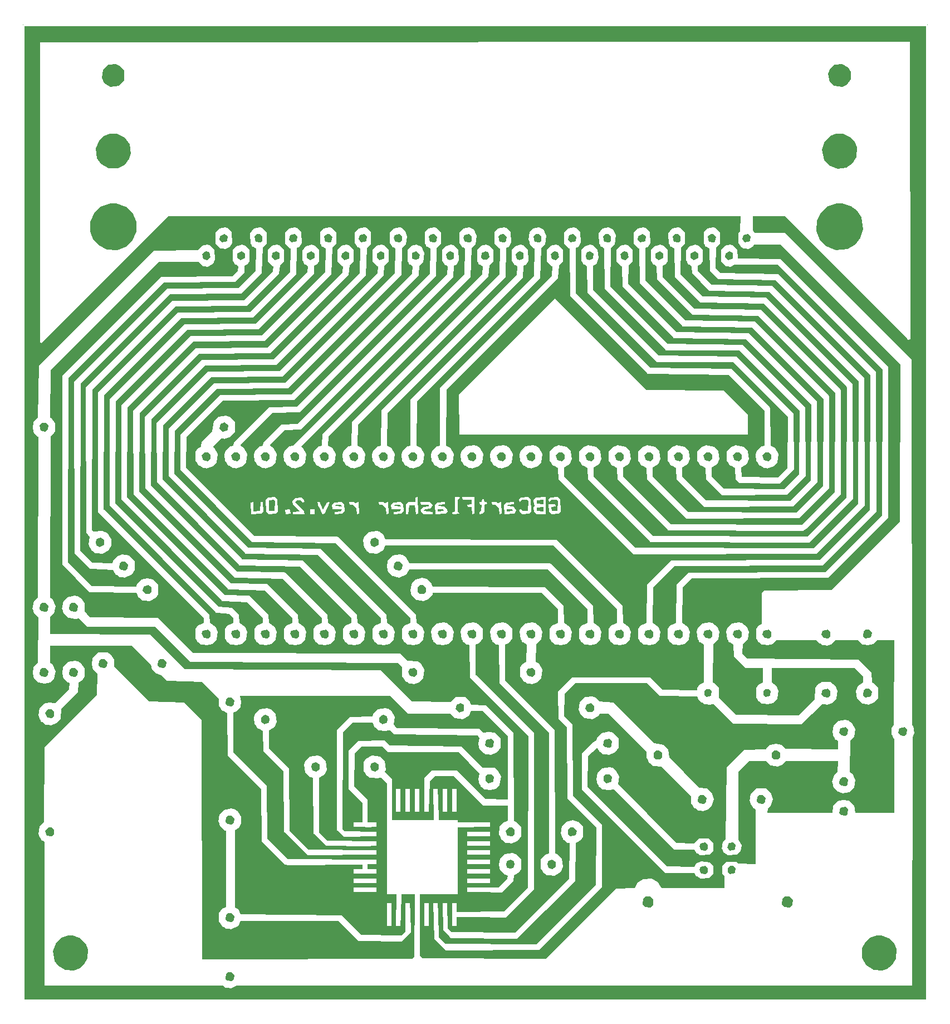
<source format=gbr>
G04 Created by reaConverter (www.reaconverter.com)*
%FSLAX44Y44*%
%MOIN*%
%ADD10C,0.001*%
%LNEXPORT*%
D02*
D10*
%LPD*%
G36*
X54100Y58333D02*
Y100D01*
X133D01*
Y58333D01*
X54100D01*
G37*
%LPC*%
G36*
X53133Y57400D02*
X1067Y57367D01*
Y39400D01*
X1133D01*
X1167Y39367D01*
X8733Y46967D01*
X43000D01*
X42967Y46067D01*
X42867Y45967D01*
Y45333D01*
X42900D01*
X43033Y45100D01*
X43100D01*
X43133Y45033D01*
X43267D01*
X43467Y45000D01*
X43767Y45167D01*
X43800Y45267D01*
X45400D01*
X52567Y38100D01*
X52533Y28700D01*
X48433Y24600D01*
X44400Y24567D01*
X44267Y24400D01*
Y22567D01*
X44067Y22467D01*
X43933Y22267D01*
Y21667D01*
X43967D01*
X44067Y21467D01*
X44133D01*
X44267Y21333D01*
X44367D01*
X44633Y21300D01*
X44933Y21367D01*
X45133Y21600D01*
X47533D01*
X47700Y21400D01*
X47767D01*
X47900Y21300D01*
X48067D01*
X48167Y21267D01*
X48467Y21367D01*
X48667Y21600D01*
X50033D01*
X50267Y21333D01*
X50367D01*
X50633Y21300D01*
X50933Y21367D01*
X51167Y21600D01*
X52200D01*
X52167Y16533D01*
X52033Y16333D01*
Y15933D01*
X52067D01*
X52167Y15700D01*
X52200D01*
Y11267D01*
X49867D01*
X49800Y11700D01*
X49500Y12000D01*
X49100Y12033D01*
X48800Y11967D01*
X48533Y11667D01*
X48500Y11267D01*
X44600D01*
X44633Y11533D01*
X44800Y11667D01*
X44933Y12100D01*
X44800Y12467D01*
X44500Y12733D01*
X43967D01*
X43600Y12400D01*
X43533Y11967D01*
X43567D01*
X43600Y11767D01*
X43633D01*
X43767Y11533D01*
X43833D01*
X43900Y11467D01*
Y8200D01*
X42867Y8233D01*
X42767Y8333D01*
X42167D01*
X41900Y8100D01*
Y7600D01*
X41933D01*
X42033Y7467D01*
Y6767D01*
X38267D01*
X38033Y7133D01*
X37667Y7333D01*
X37167Y7300D01*
X36833Y7100D01*
X36667Y6767D01*
X35533Y6733D01*
X31333Y2533D01*
X23967Y2567D01*
X23800Y2733D01*
Y6400D01*
X26067D01*
Y10400D01*
X28000Y10433D01*
Y10700D01*
X26067D01*
Y10833D01*
X24933D01*
X24900Y12067D01*
X24867Y12700D01*
X24600D01*
X24633Y10833D01*
X22133D01*
Y13267D01*
X21700Y13733D01*
X21767Y13833D01*
X21700Y14367D01*
X21433Y14633D01*
X20933Y14700D01*
X20567Y14500D01*
X20433Y14300D01*
Y13733D01*
X20467D01*
X20633Y13467D01*
X20700D01*
X20800Y13367D01*
X20933D01*
X21267Y13333D01*
X21467Y13400D01*
X21833Y13033D01*
Y6400D01*
X22400D01*
X22367Y4500D01*
X22633D01*
X22667Y5167D01*
X22700Y6400D01*
X23500D01*
X23467Y2667D01*
X23333Y2533D01*
X10767Y2500D01*
X10733Y16833D01*
X9700Y17867D01*
X7600Y17933D01*
X5500Y20033D01*
Y20433D01*
X5300Y20733D01*
X5100Y20867D01*
X4567D01*
X4200Y20533D01*
X4167Y20133D01*
X4233Y19833D01*
X4267D01*
X4500Y19600D01*
X4467Y18333D01*
X1333Y15200D01*
X1300Y10700D01*
X1033Y10467D01*
X967Y9967D01*
X1000D01*
X1033Y9800D01*
X1067D01*
X1167Y9600D01*
X1233D01*
X1333Y9533D01*
Y933D01*
X12000D01*
X12167Y800D01*
X12333D01*
X12500Y767D01*
X12833Y933D01*
X53267D01*
X53300Y15800D01*
X53400Y16033D01*
X53333Y16467D01*
X53267Y16500D01*
X53233Y38400D01*
X45667Y45967D01*
X43833D01*
X43733Y46133D01*
Y46967D01*
X45667D01*
X53033Y39567D01*
X53167Y39600D01*
X53133Y57400D01*
G37*
%LPD*%
G36*
X12533Y1733D02*
X12700Y1567D01*
X12667Y1300D01*
X12533Y1200D01*
X12267Y1233D01*
X12167Y1333D01*
X12200Y1633D01*
X12333Y1733D01*
X12533D01*
G37*
%LPD*%
G36*
X51433Y3933D02*
X51933Y3733D01*
X52200Y3433D01*
X52333Y3133D01*
X52300Y2533D01*
X52067Y2167D01*
X51767Y1933D01*
X51500Y1833D01*
X50967Y1867D01*
X50500Y2167D01*
X50267Y2600D01*
Y3167D01*
X50467Y3533D01*
X50767Y3800D01*
X51133Y3933D01*
X51433D01*
G37*
%LPD*%
G36*
X3033Y3933D02*
X3467Y3767D01*
X3800Y3433D01*
X3933Y3100D01*
X3900Y2567D01*
X3700Y2200D01*
X3433Y1967D01*
X3100Y1833D01*
X2567Y1867D01*
X2133Y2133D01*
X1933Y2400D01*
X1833Y3000D01*
X2033Y3500D01*
X2367Y3800D01*
X2733Y3933D01*
X3033D01*
G37*
%LPD*%
G36*
X45933Y6267D02*
X46133Y6067D01*
X46100Y5767D01*
X45933Y5600D01*
X45633Y5633D01*
X45467Y5800D01*
X45500Y6133D01*
X45667Y6267D01*
X45933D01*
G37*
%LPD*%
G36*
X37600Y6267D02*
X37767Y6100D01*
Y5767D01*
X37600Y5600D01*
X37267Y5633D01*
X37133Y5800D01*
X37167Y6133D01*
X37333Y6267D01*
X37600D01*
G37*
%LPC*%
G36*
X12500Y11533D02*
X12067Y11433D01*
X11800Y11167D01*
X11733Y10733D01*
X11767D01*
X11833Y10467D01*
X11867D01*
X12100Y10200D01*
X12200D01*
Y5633D01*
X11967Y5533D01*
X11767Y5267D01*
Y4733D01*
X11800D01*
X12000Y4433D01*
X12067D01*
X12200Y4333D01*
X12367D01*
X12500Y4300D01*
X12933Y4500D01*
X13067Y4800D01*
X18933D01*
X20100Y3600D01*
X20200D01*
X22733Y3567D01*
X23267Y4133D01*
X23233Y5267D01*
X23200Y5867D01*
X22933D01*
Y4167D01*
X22700Y3933D01*
X20267Y3967D01*
X19133Y5133D01*
X13067Y5200D01*
X12933Y5500D01*
X12733Y5600D01*
Y10233D01*
X12967Y10367D01*
X13100Y10633D01*
Y11033D01*
X12900Y11367D01*
X12667Y11500D01*
X12500Y11533D01*
G37*
%LPD*%
G36*
X12533Y5267D02*
X12700Y5100D01*
X12667Y4833D01*
X12533Y4733D01*
X12267Y4767D01*
X12167Y4900D01*
X12200Y5167D01*
X12300Y5267D01*
X12533D01*
G37*
%LPC*%
G36*
X24333Y5867D02*
X24067D01*
Y4500D01*
X24333D01*
Y5867D01*
G37*
%LPC*%
G36*
X22100Y5867D02*
X21833D01*
Y4500D01*
X22100D01*
Y5867D01*
G37*
%LPC*%
G36*
X28000Y7333D02*
X26633D01*
Y7067D01*
X28000D01*
Y7333D01*
G37*
%LPC*%
G36*
X21200Y7333D02*
X19833D01*
Y7067D01*
X21200D01*
Y7333D01*
G37*
%LPC*%
G36*
X21200Y6800D02*
X19833D01*
Y6533D01*
X21200D01*
Y6800D01*
G37*
%LPC*%
G36*
X35100Y16133D02*
X34667Y16033D01*
X34400Y15733D01*
X34367Y15600D01*
X34133Y15467D01*
X33500Y14833D01*
Y12633D01*
X33533D01*
X38500Y7667D01*
X40233D01*
X40333Y7467D01*
X40400D01*
X40600Y7333D01*
X41100Y7367D01*
X41367Y7600D01*
Y8067D01*
X41167Y8300D01*
X40633Y8367D01*
X40333Y8233D01*
X40233Y8033D01*
X38600Y8067D01*
X33833Y12833D01*
X33867Y14667D01*
X34400Y15133D01*
X34433D01*
X34567Y14900D01*
X34633D01*
X34767Y14767D01*
X34933D01*
X35133Y14733D01*
X35500Y14900D01*
X35700Y15167D01*
Y15700D01*
X35367Y16067D01*
X35100Y16133D01*
G37*
%LPD*%
G36*
X40900Y8100D02*
X41033Y7967D01*
Y7733D01*
X40900Y7600D01*
X40633Y7633D01*
X40533Y7867D01*
X40600Y8033D01*
X40900Y8100D01*
G37*
%LPC*%
G36*
X28000Y7900D02*
X26633D01*
Y7633D01*
X28000D01*
Y7900D01*
G37*
%LPD*%
G36*
X42567Y8100D02*
X42700Y7967D01*
X42667Y7667D01*
X42367Y7600D01*
X42233Y7700D01*
Y7967D01*
X42367Y8100D01*
X42567D01*
G37*
%LPC*%
G36*
X49267Y16833D02*
X48867Y16767D01*
X48567Y16500D01*
X48500Y16100D01*
X48567Y15800D01*
X48600D01*
X48667Y15633D01*
X48733D01*
X48833Y15567D01*
Y15067D01*
X45667Y15100D01*
X45467Y15333D01*
X45100Y15400D01*
X44767Y15333D01*
X44533Y15133D01*
Y15067D01*
X43200Y15033D01*
X42167Y14000D01*
X42100Y9667D01*
X41933Y9533D01*
X41867Y9100D01*
X41900D01*
X42000Y8867D01*
X42033D01*
X42233Y8733D01*
X42767Y8767D01*
X43000Y8967D01*
X43067Y9333D01*
X42867Y9667D01*
Y13733D01*
X43500Y14367D01*
X44533D01*
X44767Y14100D01*
X44833D01*
X45233Y14033D01*
X45533Y14167D01*
X45700Y14367D01*
X48833D01*
X48800Y13700D01*
X48600Y13533D01*
X48467Y13100D01*
X48500D01*
X48567Y12767D01*
X48600D01*
X48800Y12533D01*
X48867D01*
X49100Y12433D01*
X49500Y12500D01*
X49800Y12800D01*
X49867Y13233D01*
X49700Y13600D01*
X49533Y13700D01*
X49567Y15600D01*
X49800Y15800D01*
X49867Y16267D01*
X49667Y16633D01*
X49433Y16800D01*
X49267Y16833D01*
G37*
%LPD*%
G36*
X42533Y9500D02*
X42700Y9367D01*
X42667Y9067D01*
X42333Y9000D01*
X42200Y9200D01*
X42300Y9467D01*
X42533Y9500D01*
G37*
%LPC*%
G36*
X35167Y14000D02*
X34700Y13933D01*
X34433Y13667D01*
X34367Y13267D01*
X34433Y12967D01*
X34467D01*
X34533Y12800D01*
X34600D01*
X34733Y12667D01*
X34833D01*
X35067Y12633D01*
X35433Y12667D01*
X39033Y9067D01*
X40233D01*
X40367Y8833D01*
X40433D01*
X40567Y8733D01*
X41133Y8767D01*
X41367Y9000D01*
Y9467D01*
X41100Y9733D01*
X40500D01*
X40233Y9433D01*
X39133Y9467D01*
X35667Y13000D01*
X35733Y13433D01*
X35533Y13800D01*
X35333Y13967D01*
X35167Y14000D01*
G37*
%LPD*%
G36*
X40867Y9500D02*
X41033Y9367D01*
Y9133D01*
X40900Y9000D01*
X40633Y9033D01*
X40533Y9267D01*
X40600Y9433D01*
X40867Y9500D01*
G37*
%LPC*%
G36*
X28000Y9033D02*
X26633D01*
Y8767D01*
X28000D01*
Y9033D01*
G37*
%LPC*%
G36*
X28767Y22667D02*
X28367Y22600D01*
X28100Y22367D01*
X28000Y22133D01*
X28067Y21633D01*
X28100D01*
X28167Y21467D01*
X28233D01*
X28367Y21333D01*
X28467D01*
X28533Y21300D01*
X28567Y19000D01*
X28600D01*
X31533Y16067D01*
Y8833D01*
X31300Y8767D01*
X31033Y8467D01*
Y7900D01*
X31067D01*
X31233Y7633D01*
X31300D01*
X31400Y7533D01*
X31533D01*
X31867Y7500D01*
X32233Y7733D01*
X32367Y8033D01*
X32300Y8533D01*
X32033Y8800D01*
X31900Y8833D01*
X31867Y16233D01*
X28900Y19200D01*
Y21333D01*
X29133Y21433D01*
X29333Y21700D01*
Y22267D01*
X29100Y22533D01*
X28933Y22633D01*
X28767Y22667D01*
G37*
%LPD*%
G36*
X31700Y8467D02*
X31933Y8333D01*
Y8033D01*
X31733Y7900D01*
X31500Y7967D01*
X31433Y8200D01*
X31500Y8400D01*
X31700Y8467D01*
G37*
%LPC*%
G36*
X29367Y8867D02*
X28867Y8800D01*
X28600Y8533D01*
X28533Y8167D01*
X28600Y7833D01*
X28633D01*
X28867Y7567D01*
X28933D01*
X29067Y7500D01*
X29033Y7333D01*
X28500Y6800D01*
X26633D01*
Y6533D01*
X27333D01*
X28733Y6500D01*
X29400Y7200D01*
X29433Y7533D01*
X29733Y7700D01*
X29867Y7900D01*
Y8467D01*
X29600Y8767D01*
X29367Y8867D01*
G37*
%LPD*%
G36*
X29233Y8467D02*
X29433Y8367D01*
X29467Y8167D01*
X29400Y7967D01*
X29167Y7933D01*
X29000Y8000D01*
X28967Y8233D01*
X29033Y8400D01*
X29233Y8467D01*
G37*
%LPC*%
G36*
X28000Y8467D02*
X26633D01*
Y8200D01*
X28000D01*
Y8467D01*
G37*
%LPC*%
G36*
X32967Y10833D02*
X32567Y10733D01*
X32300Y10467D01*
X32233Y10000D01*
X32267D01*
X32300Y9800D01*
X32333D01*
X32400Y9633D01*
X32467D01*
X32633Y9467D01*
X32767D01*
X32733Y7333D01*
X29500Y4100D01*
X25700Y4133D01*
X25467Y4367D01*
X25433Y5867D01*
X25167D01*
X25200Y4233D01*
X25233D01*
X25567Y3867D01*
X25633Y3767D01*
X25700D01*
X29600Y3733D01*
X33100Y7167D01*
X33133Y9467D01*
X33433Y9633D01*
X33567Y9833D01*
Y10433D01*
X33333Y10700D01*
X32967Y10833D01*
G37*
%LPD*%
G36*
X33000Y10400D02*
X33200Y10200D01*
X33133Y9933D01*
X32800Y9867D01*
X32667Y10000D01*
Y10267D01*
X32833Y10400D01*
X33000D01*
G37*
%LPC*%
G36*
X11067Y45267D02*
X10767Y45200D01*
X10533Y44933D01*
X7867Y44900D01*
X1000Y38033D01*
X933Y34900D01*
X667Y34667D01*
X633Y34267D01*
X700Y33967D01*
X733D01*
X900Y33767D01*
X967D01*
X933Y24133D01*
X700Y23933D01*
X600Y23467D01*
X633D01*
X700Y23200D01*
X733D01*
X967Y22967D01*
X933Y20233D01*
X667Y20000D01*
X633Y19600D01*
X700Y19300D01*
X733D01*
X933Y19067D01*
X1000D01*
X1333Y19000D01*
X1667Y19067D01*
X1900Y19300D01*
X2000Y19733D01*
X1800Y20167D01*
X1667Y20233D01*
Y21267D01*
X6567D01*
X7700Y20133D01*
X7767Y19833D01*
X7800D01*
X8000Y19600D01*
X8067D01*
X8367Y19467D01*
X8667Y19167D01*
X8733D01*
X10767Y19100D01*
X11767Y18100D01*
Y17633D01*
X11800D01*
X11967Y17367D01*
X12033D01*
X12267Y17233D01*
X12300Y14667D01*
X12333D01*
X14300Y12700D01*
X14333Y9533D01*
X14367D01*
X15700Y8167D01*
X15800D01*
X15867Y8133D01*
X20367Y8167D01*
Y7900D01*
X19833D01*
Y7633D01*
X21200D01*
Y7900D01*
X20667D01*
Y8200D01*
X21200D01*
Y8467D01*
X15900Y8500D01*
X14667Y9733D01*
X14633Y12900D01*
X12633Y14867D01*
Y17267D01*
X12867Y17367D01*
X13067Y17600D01*
X13100Y17933D01*
X13033Y18267D01*
X22033D01*
X23100Y17200D01*
X25633D01*
X25867Y16933D01*
X25933D01*
X26367Y16867D01*
X26733Y17067D01*
X26867Y17367D01*
X27567D01*
X29067Y15867D01*
Y12067D01*
X27700Y12100D01*
X26033Y13800D01*
X24500D01*
X24067Y13333D01*
Y11333D01*
X24333D01*
X24400Y13167D01*
X24700Y13467D01*
X25833D01*
X27600Y11700D01*
X29067D01*
Y10800D01*
X28767Y10667D01*
X28567Y10433D01*
X28533Y9933D01*
X28567D01*
X28700Y9633D01*
X28733D01*
X28933Y9467D01*
X29100D01*
X29300Y9433D01*
X29667Y9600D01*
X29867Y9867D01*
Y10400D01*
X29567Y10733D01*
X29433Y10767D01*
X29400Y16033D01*
X27767Y17700D01*
X26867Y17733D01*
X26767Y17967D01*
X26500Y18200D01*
X25933D01*
X25633Y17900D01*
X23333Y17933D01*
X21467Y19800D01*
X9733Y19867D01*
X7667Y21933D01*
X1667Y21967D01*
Y23000D01*
X1900Y23200D01*
X2000Y23633D01*
X1800Y24067D01*
X1667Y24133D01*
X1700Y33800D01*
X1867Y33933D01*
X1967Y34100D01*
Y34567D01*
X1733Y34900D01*
X1667D01*
X1700Y37767D01*
X8167Y44233D01*
X10567D01*
X10800Y43967D01*
X10933D01*
X11100Y43933D01*
X11433Y44133D01*
X11533Y44367D01*
X11500Y44967D01*
X11233Y45233D01*
X11067Y45267D01*
G37*
%LPD*%
G36*
X29300Y10400D02*
X29467Y10267D01*
Y10000D01*
X29333Y9867D01*
X29033Y9900D01*
X28933Y10200D01*
X29133Y10400D01*
X29300D01*
G37*
%LPD*%
G36*
X1733Y10400D02*
X1900Y10267D01*
Y10000D01*
X1767Y9867D01*
X1467Y9900D01*
X1367Y10167D01*
X1567Y10400D01*
X1733D01*
G37*
%LPC*%
G36*
X28000Y10133D02*
X26633D01*
Y9867D01*
X28000D01*
Y10133D01*
G37*
%LPC*%
G36*
X28000Y9567D02*
X26633D01*
Y9300D01*
X28000D01*
Y9567D01*
G37*
%LPD*%
G36*
X49267Y11633D02*
X49433Y11500D01*
X49400Y11200D01*
X49300Y11100D01*
X49000Y11133D01*
X48900Y11267D01*
X48967Y11567D01*
X49267Y11633D01*
G37*
%LPD*%
G36*
X12533Y11100D02*
X12700Y10933D01*
X12667Y10667D01*
X12533Y10567D01*
X12267Y10600D01*
X12167Y10733D01*
X12200Y11000D01*
X12300Y11100D01*
X12533D01*
G37*
%LPD*%
G36*
X44333Y12333D02*
X44500Y12167D01*
X44467Y11933D01*
X44333Y11800D01*
X44067Y11833D01*
X43967Y11967D01*
X44000Y12233D01*
X44100Y12333D01*
X44333D01*
G37*
%LPC*%
G36*
X34133Y18233D02*
X33700Y18200D01*
X33367Y17900D01*
X33300Y17400D01*
X33333D01*
X33400Y17167D01*
X33433D01*
X33633Y16933D01*
X33700D01*
X34133Y16867D01*
X34500Y17067D01*
X34567Y17200D01*
X35100D01*
X37367Y14933D01*
Y14533D01*
X37400D01*
X37533Y14233D01*
X37567D01*
X37767Y14067D01*
X37933D01*
X38167Y14033D01*
X38267D01*
X40033Y12267D01*
Y11800D01*
X40067D01*
X40233Y11533D01*
X40300D01*
X40467Y11400D01*
X40633D01*
X40733Y11367D01*
X41033Y11467D01*
X41267Y11667D01*
X41400Y12100D01*
X41267Y12467D01*
X40967Y12733D01*
X40500Y12767D01*
X38733Y14600D01*
X38667Y15033D01*
X38400Y15333D01*
X38033Y15400D01*
X37833Y15433D01*
X35400Y17867D01*
X34533Y17933D01*
X34333Y18167D01*
X34133Y18233D01*
G37*
%LPD*%
G36*
X40800Y12333D02*
X40967Y12167D01*
X40933Y11933D01*
X40800Y11800D01*
X40533Y11833D01*
X40433Y11967D01*
X40467Y12233D01*
X40567Y12333D01*
X40800D01*
G37*
%LPC*%
G36*
X26000Y12700D02*
X25733D01*
Y11333D01*
X26000D01*
Y12700D01*
G37*
%LPC*%
G36*
X25433Y12700D02*
X25167D01*
Y11333D01*
X25433D01*
Y12700D01*
G37*
%LPC*%
G36*
X23767Y12700D02*
X23500D01*
Y11333D01*
X23767D01*
Y12700D01*
G37*
%LPC*%
G36*
X23200Y12700D02*
X22933D01*
Y11333D01*
X23200D01*
Y12700D01*
G37*
%LPC*%
G36*
X22633Y12700D02*
X22367D01*
Y11333D01*
X22633D01*
Y12700D01*
G37*
%LPD*%
G36*
X49267Y13400D02*
X49433Y13267D01*
X49400Y12967D01*
X49300Y12867D01*
X49000Y12900D01*
X48900Y13033D01*
X48933Y13267D01*
X49067Y13400D01*
X49267D01*
G37*
%LPD*%
G36*
X35167Y13567D02*
X35300Y13433D01*
X35267Y13133D01*
X34967Y13033D01*
X34800Y13167D01*
Y13467D01*
X34900Y13567D01*
X35167D01*
G37*
%LPC*%
G36*
X21700Y15600D02*
X20100Y15567D01*
X19533Y14967D01*
Y12667D01*
X19567D01*
X20367Y11833D01*
Y10700D01*
X19833D01*
Y10433D01*
X20500D01*
X20567Y10400D01*
X21200Y10433D01*
Y10700D01*
X20667D01*
Y12067D01*
X19867Y12833D01*
X19900Y14833D01*
X20300Y15233D01*
X21567D01*
X21900Y14900D01*
X26133D01*
X27367Y13600D01*
X27300Y13267D01*
X27367Y12967D01*
X27400D01*
X27467Y12800D01*
X27533D01*
X27667Y12667D01*
X27767D01*
X28000Y12633D01*
X28333Y12700D01*
X28567Y12933D01*
X28667Y13433D01*
X28467Y13800D01*
X28267Y13967D01*
X27700D01*
X27567D01*
X26300Y15233D01*
X22000Y15300D01*
X21700Y15600D01*
G37*
%LPD*%
G36*
X28100Y13567D02*
X28233Y13433D01*
X28200Y13133D01*
X27900Y13033D01*
X27733Y13167D01*
Y13467D01*
X27833Y13567D01*
X28100D01*
G37*
%LPD*%
G36*
X21100Y14300D02*
X21333Y14167D01*
Y13867D01*
X21133Y13733D01*
X20900Y13800D01*
X20833Y14033D01*
X20900Y14233D01*
X21100Y14300D01*
G37*
%LPC*%
G36*
X17700Y14700D02*
X17200Y14633D01*
X16967Y14400D01*
X16867Y14167D01*
X16933Y13667D01*
X16967D01*
X17200Y13400D01*
X17267D01*
X17400Y13367D01*
X17433Y10000D01*
X17467D01*
X18200Y9300D01*
X18267D01*
X20533Y9267D01*
X21200Y9300D01*
Y9567D01*
X18267Y9600D01*
X17767Y10100D01*
Y13367D01*
X18100Y13567D01*
X18233Y13833D01*
X18167Y14367D01*
X17900Y14633D01*
X17700Y14700D01*
G37*
%LPD*%
G36*
X17567Y14300D02*
X17800Y14167D01*
Y13867D01*
X17600Y13733D01*
X17367Y13800D01*
X17300Y14033D01*
X17367Y14233D01*
X17567Y14300D01*
G37*
%LPD*%
G36*
X35133Y15700D02*
X35300Y15567D01*
X35267Y15267D01*
X35167Y15167D01*
X34867Y15200D01*
X34767Y15333D01*
X34833Y15633D01*
X35133Y15700D01*
G37*
%LPC*%
G36*
X21733Y17533D02*
X21300Y17467D01*
X21033Y17233D01*
X20967Y17033D01*
X19600Y17000D01*
X18833Y16233D01*
Y10200D01*
X18867D01*
X19267Y9833D01*
X21200Y9867D01*
Y10133D01*
X19300Y10167D01*
X19167Y10300D01*
X19200Y16100D01*
X19767Y16667D01*
X20967D01*
X21100Y16367D01*
X21133D01*
X21333Y16200D01*
X21433D01*
X21633Y16167D01*
X22033Y16200D01*
X22267Y15967D01*
X22333D01*
X27267Y15900D01*
X27367Y15733D01*
X27300Y15400D01*
X27367Y15067D01*
X27400D01*
X27600Y14833D01*
X27667D01*
X27700Y14767D01*
X27867D01*
X28067Y14733D01*
X28433Y14900D01*
X28633Y15167D01*
Y15700D01*
X28300Y16067D01*
X27900Y16100D01*
X27600Y16067D01*
X27367Y16300D01*
X22400Y16333D01*
X22233Y16567D01*
X22300Y17000D01*
X22100Y17367D01*
X21900Y17500D01*
X21733Y17533D01*
G37*
%LPD*%
G36*
X28067Y15700D02*
X28233Y15567D01*
X28200Y15267D01*
X28100Y15167D01*
X27800Y15200D01*
X27700Y15333D01*
X27767Y15633D01*
X28067Y15700D01*
G37*
%LPD*%
G36*
X45167Y15000D02*
X45367Y14867D01*
Y14600D01*
X45233Y14467D01*
X45000D01*
X44867Y14567D01*
Y14867D01*
X45033Y15000D01*
X45167D01*
G37*
%LPD*%
G36*
X38100Y15000D02*
X38300Y14867D01*
Y14600D01*
X38167Y14467D01*
X37933D01*
X37800Y14567D01*
Y14867D01*
X37967Y15000D01*
X38100D01*
G37*
%LPD*%
G36*
X52833Y16400D02*
X52967Y16267D01*
X52933Y15967D01*
X52800Y15867D01*
X52567Y15900D01*
X52433Y16067D01*
X52500Y16333D01*
X52833Y16400D01*
G37*
%LPD*%
G36*
X49300Y16400D02*
X49433Y16267D01*
X49400Y15967D01*
X49267Y15867D01*
X49033Y15900D01*
X48900Y16067D01*
X48967Y16333D01*
X49300Y16400D01*
G37*
%LPD*%
G36*
X34033Y17833D02*
X34233Y17667D01*
Y17433D01*
X34100Y17300D01*
X33833D01*
X33700Y17500D01*
X33767Y17733D01*
X34033Y17833D01*
G37*
%LPD*%
G36*
X26233Y17833D02*
X26433Y17733D01*
Y17367D01*
X26167Y17267D01*
X25933Y17467D01*
X26000Y17733D01*
X26233Y17833D01*
G37*
%LPD*%
G36*
X21633Y17133D02*
X21833Y17033D01*
X21867Y16833D01*
X21833Y16667D01*
X21567Y16567D01*
X21367Y16700D01*
Y16967D01*
X21500Y17100D01*
X21633Y17133D01*
G37*
%LPC*%
G36*
X14667Y17533D02*
X14233Y17467D01*
X13967Y17233D01*
X13867Y17000D01*
X13900Y16567D01*
X13933D01*
X14100Y16300D01*
X14167D01*
X14400Y16167D01*
X14433Y14933D01*
X14467D01*
X15633Y13767D01*
X15667Y10100D01*
X15700D01*
X17100Y8733D01*
X21200Y8767D01*
Y9033D01*
X17133Y9067D01*
X16000Y10200D01*
X15967Y13933D01*
X14767Y15133D01*
Y16200D01*
X15100Y16400D01*
X15233Y16700D01*
X15167Y17167D01*
X14933Y17433D01*
X14667Y17533D01*
G37*
%LPD*%
G36*
X14567Y17133D02*
X14767Y17033D01*
X14800Y16833D01*
X14767Y16667D01*
X14500Y16567D01*
X14300Y16700D01*
Y16967D01*
X14433Y17100D01*
X14567Y17133D01*
G37*
%LPC*%
G36*
X3167Y20367D02*
X2733Y20300D01*
X2433Y20000D01*
X2400Y19600D01*
X2467Y19300D01*
X2500D01*
X2700Y19067D01*
X2767D01*
X2833Y19033D01*
X2800Y18667D01*
X1967Y17833D01*
X1600Y17867D01*
X1300Y17800D01*
X1033Y17533D01*
X967Y17067D01*
X1000D01*
X1033Y16867D01*
X1067D01*
X1133Y16700D01*
X1200D01*
X1400Y16533D01*
X1567D01*
X1733Y16500D01*
X2100Y16667D01*
X2300Y16900D01*
X2333Y17500D01*
X3333Y18467D01*
X3367Y19067D01*
X3600Y19200D01*
X3733Y19433D01*
Y19900D01*
X3500Y20233D01*
X3333Y20333D01*
X3167Y20367D01*
G37*
%LPD*%
G36*
X1767Y17467D02*
X1900Y17333D01*
Y17067D01*
X1767Y16933D01*
X1500Y16967D01*
X1367Y17233D01*
X1533Y17467D01*
X1767D01*
G37*
%LPC*%
G36*
X42900Y22667D02*
X42500Y22600D01*
X42233Y22367D01*
X42133Y22133D01*
X42200Y21633D01*
X42233D01*
X42300Y21467D01*
X42367D01*
X42567Y21333D01*
X42600Y20600D01*
X42633D01*
X43267Y19933D01*
X44333D01*
Y19067D01*
X44067Y18933D01*
X43933Y18733D01*
Y18133D01*
X43967D01*
X44067Y17933D01*
X44133D01*
X44267Y17800D01*
X44367D01*
X44633Y17767D01*
X44933Y17833D01*
X45200Y18100D01*
X45267Y18567D01*
X45133Y18867D01*
X44867Y19067D01*
Y19933D01*
X49833D01*
X50333Y19433D01*
Y19067D01*
X50033Y18867D01*
X49900Y18567D01*
X49967Y18100D01*
X50000D01*
X50267Y17800D01*
X50367D01*
X50667Y17733D01*
X51033Y17900D01*
X51233Y18133D01*
Y18733D01*
X50967Y19033D01*
X50867Y19067D01*
X50833Y19667D01*
X50033Y20433D01*
X43400Y20500D01*
X43100Y20800D01*
X43133Y21367D01*
X43433Y21633D01*
X43500Y22100D01*
X43367Y22400D01*
X43067Y22633D01*
X42900Y22667D01*
G37*
%LPD*%
G36*
X50700Y18700D02*
X50867Y18500D01*
X50800Y18233D01*
X50467Y18167D01*
X50333Y18300D01*
X50367Y18600D01*
X50467Y18700D01*
X50700D01*
G37*
%LPD*%
G36*
X44667Y18667D02*
X44800Y18567D01*
X44767Y18267D01*
X44500Y18200D01*
X44367Y18300D01*
Y18567D01*
X44467Y18667D01*
X44667D01*
G37*
%LPC*%
G36*
X41133Y22667D02*
X40733Y22600D01*
X40467Y22367D01*
X40367Y22133D01*
X40433Y21633D01*
X40467D01*
X40533Y21467D01*
X40600D01*
X40800Y21333D01*
Y19067D01*
X40533Y18933D01*
X40400Y18733D01*
Y18600D01*
X38300Y18633D01*
X37600Y19367D01*
X32900D01*
X32067Y18500D01*
X32100Y16867D01*
X32133D01*
X32600Y16400D01*
X32633Y12100D01*
X32667D01*
X34367Y10400D01*
X34333Y6967D01*
X30767Y3400D01*
X25333Y3433D01*
X24933Y3833D01*
X24900Y5267D01*
X24867Y5867D01*
X24600D01*
X24667Y3700D01*
X24700D01*
X25333Y3033D01*
X30933Y3067D01*
X34700Y6833D01*
Y10567D01*
X32967Y12300D01*
X32933Y16567D01*
X32433Y17067D01*
X32467Y18400D01*
X33100Y19033D01*
X37400D01*
X38133Y18267D01*
X38233D01*
X40400Y18233D01*
X40500Y18000D01*
X40533D01*
X40633Y17867D01*
X40700D01*
X40833Y17767D01*
X41000D01*
X41100Y17733D01*
X41367Y17767D01*
X41400D01*
X42533Y16600D01*
X42600D01*
X46633Y16567D01*
X47900Y17767D01*
X48067D01*
X48167Y17733D01*
X48467Y17833D01*
X48733Y18100D01*
X48800Y18567D01*
X48667Y18867D01*
X48367Y19100D01*
X47867D01*
X47600Y18933D01*
X47467Y18733D01*
X47433Y18067D01*
X46467Y17100D01*
X42733Y17133D01*
X41700Y18167D01*
Y18733D01*
X41467Y19000D01*
X41333Y19067D01*
X41367Y21367D01*
X41667Y21633D01*
X41733Y22100D01*
X41600Y22400D01*
X41300Y22633D01*
X41133Y22667D01*
G37*
%LPD*%
G36*
X41133Y18667D02*
X41267Y18567D01*
X41233Y18267D01*
X40967Y18200D01*
X40833Y18300D01*
Y18567D01*
X40933Y18667D01*
X41133D01*
G37*
%LPD*%
G36*
X48233Y18700D02*
X48367Y18567D01*
Y18300D01*
X48233Y18167D01*
X47967Y18200D01*
X47833Y18367D01*
X47900Y18633D01*
X48233Y18700D01*
G37*
%LPD*%
G36*
X12533Y18167D02*
X12700Y18000D01*
X12667Y17767D01*
X12533Y17633D01*
X12267Y17667D01*
X12167Y17800D01*
X12200Y18067D01*
X12300Y18167D01*
X12533D01*
G37*
%LPD*%
G36*
X3167Y19933D02*
X3333Y19767D01*
X3300Y19500D01*
X3167Y19400D01*
X2900Y19433D01*
X2800Y19567D01*
X2833Y19833D01*
X2933Y19933D01*
X3167D01*
G37*
%LPD*%
G36*
X1400Y19933D02*
X1567Y19767D01*
X1533Y19500D01*
X1400Y19400D01*
X1133Y19433D01*
X1033Y19567D01*
X1067Y19833D01*
X1167Y19933D01*
X1400D01*
G37*
%LPC*%
G36*
X30533Y22667D02*
X30133Y22600D01*
X29867Y22367D01*
X29767Y22133D01*
X29833Y21633D01*
X29867D01*
X29933Y21467D01*
X30000D01*
X30200Y21333D01*
X30167Y20300D01*
X29933Y20167D01*
X29800Y19967D01*
Y19400D01*
X29833D01*
X30033Y19100D01*
X30100D01*
X30233Y19000D01*
X30400D01*
X30500Y18967D01*
X30800Y19067D01*
X31067Y19333D01*
X31133Y19833D01*
X30933Y20200D01*
X30733Y20300D01*
X30767Y21367D01*
X31067Y21633D01*
X31133Y22100D01*
X31000Y22400D01*
X30700Y22633D01*
X30533Y22667D01*
G37*
%LPD*%
G36*
X30567Y19933D02*
X30700Y19800D01*
Y19533D01*
X30533Y19400D01*
X30267Y19467D01*
X30167Y19700D01*
X30267Y19900D01*
X30567Y19933D01*
G37*
%LPC*%
G36*
X3133Y24267D02*
X2700Y24167D01*
X2467Y23933D01*
X2367Y23467D01*
X2400D01*
X2467Y23200D01*
X2500D01*
X2733Y22933D01*
X2800D01*
X3167Y22867D01*
X3400Y22900D01*
X3900Y22400D01*
X7967D01*
X10033Y20300D01*
X10133D01*
X22500Y20233D01*
X22733Y20000D01*
Y19400D01*
X22767D01*
X22967Y19100D01*
X23033D01*
X23167Y19000D01*
X23333D01*
X23433Y18967D01*
X23733Y19067D01*
X24000Y19333D01*
X24067Y19833D01*
X23867Y20200D01*
X23667Y20333D01*
X23067Y20367D01*
X22633Y20800D01*
X10233Y20833D01*
X8133Y22933D01*
X4033Y22967D01*
X3733Y23333D01*
Y23800D01*
X3533Y24100D01*
X3300Y24233D01*
X3133Y24267D01*
G37*
%LPD*%
G36*
X23500Y19933D02*
X23633Y19800D01*
Y19533D01*
X23467Y19400D01*
X23200Y19467D01*
X23100Y19700D01*
X23200Y19900D01*
X23500Y19933D01*
G37*
%LPD*%
G36*
X8467Y20467D02*
X8633Y20300D01*
X8600Y20033D01*
X8467Y19933D01*
X8200Y19967D01*
X8100Y20100D01*
X8133Y20367D01*
X8233Y20467D01*
X8467D01*
G37*
%LPD*%
G36*
X4933Y20467D02*
X5100Y20300D01*
X5067Y20033D01*
X4933Y19933D01*
X4667Y19967D01*
X4567Y20100D01*
X4600Y20367D01*
X4700Y20467D01*
X4933D01*
G37*
%LPD*%
G36*
X50700Y22233D02*
X50867Y22033D01*
X50800Y21767D01*
X50467Y21700D01*
X50333Y21833D01*
X50367Y22133D01*
X50467Y22233D01*
X50700D01*
G37*
%LPD*%
G36*
X48233Y22233D02*
X48367Y22100D01*
Y21833D01*
X48233Y21700D01*
X47967Y21733D01*
X47833Y21933D01*
X47900Y22167D01*
X48233Y22233D01*
G37*
%LPD*%
G36*
X44700Y22233D02*
X44833Y22100D01*
Y21833D01*
X44700Y21700D01*
X44433Y21733D01*
X44300Y21933D01*
X44367Y22167D01*
X44700Y22233D01*
G37*
%LPD*%
G36*
X42933Y22233D02*
X43067Y22100D01*
Y21833D01*
X42933Y21700D01*
X42667Y21733D01*
X42533Y21933D01*
X42600Y22167D01*
X42933Y22233D01*
G37*
%LPD*%
G36*
X41167Y22233D02*
X41300Y22100D01*
Y21833D01*
X41167Y21700D01*
X40900Y21733D01*
X40767Y21933D01*
X40833Y22167D01*
X41167Y22233D01*
G37*
%LPC*%
G36*
X42367Y45267D02*
X42067Y45200D01*
X41833Y44967D01*
Y44233D01*
X41867D01*
X42100Y43967D01*
X42233D01*
X42400Y43933D01*
X42633Y44067D01*
X45233D01*
X51500Y37800D01*
X51467Y29067D01*
X48067Y25667D01*
X39867Y25633D01*
X39167Y24933D01*
X39133Y22633D01*
X38767Y22467D01*
X38633Y22267D01*
Y21667D01*
X38667D01*
X38767Y21467D01*
X38833D01*
X38967Y21333D01*
X39067D01*
X39333Y21300D01*
X39633Y21367D01*
X39900Y21633D01*
X39967Y22100D01*
X39833Y22400D01*
X39500Y22633D01*
X39533Y24767D01*
X40067Y25300D01*
X48233Y25333D01*
X51833Y28933D01*
Y37967D01*
X45400Y44400D01*
X42833Y44433D01*
X42800Y44967D01*
X42533Y45233D01*
X42367Y45267D01*
G37*
%LPD*%
G36*
X39400Y22233D02*
X39533Y22100D01*
Y21833D01*
X39400Y21700D01*
X39133Y21733D01*
X39000Y21933D01*
X39067Y22167D01*
X39400Y22233D01*
G37*
%LPC*%
G36*
X41367Y46300D02*
X41000Y46233D01*
X40800Y46000D01*
Y45300D01*
X40833D01*
X40900Y45133D01*
X40967D01*
X41133Y45033D01*
X41167Y43667D01*
X41200D01*
X41667Y43200D01*
X41733D01*
X45100Y43133D01*
X50767Y37467D01*
X50733Y29400D01*
X47733Y26400D01*
X38867Y26367D01*
X37400Y24933D01*
X37367Y22633D01*
X37000Y22467D01*
X36867Y22267D01*
Y21667D01*
X36900D01*
X37000Y21467D01*
X37067D01*
X37200Y21333D01*
X37300D01*
X37567Y21300D01*
X37867Y21367D01*
X38133Y21633D01*
X38200Y22100D01*
X38067Y22400D01*
X37733Y22633D01*
X37767Y24767D01*
X39033Y26033D01*
X47933Y26067D01*
X51133Y29300D01*
X51100Y37667D01*
X45267Y43500D01*
X41800Y43567D01*
X41500Y43867D01*
X41533Y45100D01*
X41767Y45300D01*
Y46000D01*
X41500Y46267D01*
X41367Y46300D01*
G37*
%LPD*%
G36*
X37633Y22233D02*
X37767Y22100D01*
Y21833D01*
X37633Y21700D01*
X37367Y21733D01*
X37233Y21933D01*
X37300Y22167D01*
X37633Y22233D01*
G37*
%LPC*%
G36*
X21233Y28133D02*
X20733Y28067D01*
X20500Y27833D01*
X20400Y27600D01*
X20467Y27133D01*
X20500D01*
X20633Y26900D01*
X20700D01*
X20800Y26800D01*
X20933D01*
X21233Y26767D01*
X21600Y26967D01*
X21733Y27267D01*
X31800D01*
X35600Y23467D01*
Y22633D01*
X35233Y22467D01*
X35100Y22267D01*
Y21667D01*
X35133D01*
X35233Y21467D01*
X35300D01*
X35433Y21333D01*
X35533D01*
X35800Y21300D01*
X36100Y21367D01*
X36367Y21633D01*
X36433Y22100D01*
X36300Y22400D01*
X35967Y22633D01*
X35933Y23667D01*
X32000Y27600D01*
X21733Y27633D01*
X21600Y27933D01*
X21367Y28100D01*
X21233Y28133D01*
G37*
%LPD*%
G36*
X35867Y22233D02*
X36000Y22100D01*
Y21833D01*
X35867Y21700D01*
X35600Y21733D01*
X35467Y21933D01*
X35533Y22167D01*
X35867Y22233D01*
G37*
%LPC*%
G36*
X22600Y26733D02*
X22167Y26667D01*
X21867Y26367D01*
X21833Y25967D01*
X21900Y25667D01*
X21933D01*
X22133Y25433D01*
X22200D01*
X22567Y25333D01*
X23000Y25533D01*
X23167Y25833D01*
X31467D01*
X33833Y23467D01*
Y22633D01*
X33467Y22467D01*
X33333Y22267D01*
Y21667D01*
X33367D01*
X33467Y21467D01*
X33533D01*
X33667Y21333D01*
X33767D01*
X34033Y21300D01*
X34333Y21367D01*
X34600Y21633D01*
X34667Y22100D01*
X34533Y22400D01*
X34200Y22633D01*
X34167Y23667D01*
X31600Y26200D01*
X23167D01*
X22967Y26567D01*
X22767Y26700D01*
X22600Y26733D01*
G37*
%LPD*%
G36*
X34100Y22233D02*
X34233Y22100D01*
Y21833D01*
X34100Y21700D01*
X33833Y21733D01*
X33700Y21933D01*
X33767Y22167D01*
X34100Y22233D01*
G37*
%LPC*%
G36*
X23933Y25333D02*
X23567Y25233D01*
X23333Y25033D01*
X23233Y24600D01*
X23300Y24267D01*
X23333D01*
X23567Y24000D01*
X23633D01*
X24033Y23933D01*
X24333Y24067D01*
X24567Y24333D01*
Y24433D01*
X31100D01*
X32067Y23467D01*
Y22633D01*
X31700Y22467D01*
X31567Y22267D01*
Y21667D01*
X31600D01*
X31700Y21467D01*
X31767D01*
X31900Y21333D01*
X32000D01*
X32267Y21300D01*
X32567Y21367D01*
X32833Y21633D01*
X32900Y22100D01*
X32767Y22400D01*
X32433Y22633D01*
X32400Y23667D01*
X31300Y24767D01*
X24567Y24800D01*
X24467Y25033D01*
X24200Y25267D01*
X23933Y25333D01*
G37*
%LPD*%
G36*
X32333Y22233D02*
X32467Y22100D01*
Y21833D01*
X32333Y21700D01*
X32067Y21733D01*
X31933Y22000D01*
X32000Y22167D01*
X32333Y22233D01*
G37*
%LPD*%
G36*
X30567Y22233D02*
X30700Y22100D01*
Y21833D01*
X30567Y21700D01*
X30300Y21733D01*
X30167Y22000D01*
X30233Y22167D01*
X30567Y22233D01*
G37*
%LPD*%
G36*
X28800Y22233D02*
X28933Y22100D01*
Y21833D01*
X28800Y21700D01*
X28533Y21733D01*
X28400Y22000D01*
X28467Y22167D01*
X28800Y22233D01*
G37*
%LPC*%
G36*
X27000Y22667D02*
X26600Y22600D01*
X26333Y22367D01*
X26233Y22133D01*
X26300Y21633D01*
X26333D01*
X26400Y21467D01*
X26467D01*
X26600Y21333D01*
X26700D01*
X26767Y21300D01*
X26800Y19333D01*
X26833D01*
X30300Y15867D01*
X30267Y6800D01*
X28833Y5367D01*
X26000Y5333D01*
Y5867D01*
X25733D01*
Y4500D01*
X26000D01*
Y5033D01*
X27067D01*
X28933Y5000D01*
X30633Y6667D01*
Y16067D01*
X27133Y19533D01*
Y21333D01*
X27367Y21433D01*
X27567Y21700D01*
Y22267D01*
X27333Y22533D01*
X27167Y22633D01*
X27000Y22667D01*
G37*
%LPD*%
G36*
X27033Y22233D02*
X27167Y22100D01*
Y21833D01*
X27033Y21700D01*
X26767Y21733D01*
X26633Y22000D01*
X26700Y22167D01*
X27033Y22233D01*
G37*
%LPC*%
G36*
X25233Y22667D02*
X24833Y22600D01*
X24567Y22367D01*
X24467Y22133D01*
X24533Y21633D01*
X24567D01*
X24633Y21467D01*
X24700D01*
X24833Y21333D01*
X24933D01*
X25200Y21300D01*
X25500Y21367D01*
X25767Y21633D01*
X25833Y22100D01*
X25700Y22400D01*
X25400Y22633D01*
X25233Y22667D01*
G37*
%LPD*%
G36*
X25267Y22233D02*
X25400Y22100D01*
Y21833D01*
X25267Y21700D01*
X25000Y21733D01*
X24867Y22000D01*
X24933Y22167D01*
X25267Y22233D01*
G37*
%LPC*%
G36*
X23600Y45267D02*
X23300Y45200D01*
X23067Y44967D01*
Y44233D01*
X23100D01*
X23167Y44067D01*
X23233D01*
X23367Y43967D01*
X23333Y43533D01*
X16100Y36300D01*
X11833Y36267D01*
X9467Y33900D01*
Y31767D01*
X9500D01*
X13733Y27467D01*
X13833D01*
X18767Y27400D01*
X23233Y22933D01*
Y22633D01*
X22867Y22467D01*
X22733Y22267D01*
Y21667D01*
X22767D01*
X22867Y21467D01*
X22933D01*
X23067Y21333D01*
X23167D01*
X23433Y21300D01*
X23733Y21367D01*
X24000Y21633D01*
X24067Y22100D01*
X23933Y22400D01*
X23600Y22633D01*
X23567Y23133D01*
X18867Y27800D01*
X13900Y27833D01*
X9800Y31933D01*
X9833Y33767D01*
X12000Y35933D01*
X16300Y35967D01*
X23733Y43433D01*
X23767Y44000D01*
X24000Y44200D01*
X24067Y44767D01*
X23900Y45133D01*
X23600Y45267D01*
G37*
%LPD*%
G36*
X23500Y22233D02*
X23633Y22100D01*
Y21833D01*
X23500Y21700D01*
X23233Y21733D01*
X23100Y22000D01*
X23167Y22167D01*
X23500Y22233D01*
G37*
%LPC*%
G36*
X22600Y46300D02*
X22233Y46233D01*
X22000Y45967D01*
Y45333D01*
X22033D01*
X22167Y45100D01*
X22233D01*
X22333Y45033D01*
X22300Y43567D01*
X15733Y37000D01*
X11467Y36967D01*
X8767Y34267D01*
Y31400D01*
X8800D01*
X13367Y26767D01*
X13467D01*
X17700Y26700D01*
X21467Y22933D01*
Y22633D01*
X21100Y22467D01*
X20967Y22267D01*
Y21667D01*
X21000D01*
X21100Y21467D01*
X21167D01*
X21300Y21333D01*
X21400D01*
X21667Y21300D01*
X21967Y21367D01*
X22233Y21633D01*
X22300Y22100D01*
X22167Y22400D01*
X21833Y22633D01*
X21800Y23133D01*
X17867Y27067D01*
X13533Y27133D01*
X9100Y31567D01*
X9133Y34133D01*
X11633Y36633D01*
X15933Y36667D01*
X22700Y43467D01*
X22733Y45067D01*
X22967Y45267D01*
X23033Y45767D01*
X22933Y46067D01*
X22733Y46267D01*
X22600Y46300D01*
G37*
%LPD*%
G36*
X21733Y22233D02*
X21867Y22100D01*
Y21833D01*
X21733Y21700D01*
X21467Y21733D01*
X21333Y22000D01*
X21400Y22167D01*
X21733Y22233D01*
G37*
%LPC*%
G36*
X21500Y45267D02*
X21200Y45200D01*
X20967Y44933D01*
Y44233D01*
X21000D01*
X21233Y43967D01*
X21300D01*
X21267Y43567D01*
X15400Y37700D01*
X11100Y37667D01*
X8033Y34567D01*
X8067Y31033D01*
X8100D01*
X13000Y26067D01*
X13100D01*
X16633Y26000D01*
X19700Y22933D01*
Y22633D01*
X19333Y22467D01*
X19200Y22267D01*
Y21667D01*
X19233D01*
X19333Y21467D01*
X19400D01*
X19533Y21333D01*
X19633D01*
X19900Y21300D01*
X20200Y21367D01*
X20467Y21633D01*
X20533Y22100D01*
X20400Y22400D01*
X20067Y22633D01*
X20033Y23133D01*
X16800Y26367D01*
X13167Y26433D01*
X8400Y31233D01*
X8433Y34467D01*
X11300Y37333D01*
X15600Y37367D01*
X21633Y43433D01*
X21667Y44000D01*
X21933Y44233D01*
Y44967D01*
X21667Y45233D01*
X21500Y45267D01*
G37*
%LPD*%
G36*
X19967Y22233D02*
X20100Y22100D01*
Y21833D01*
X19967Y21700D01*
X19700Y21733D01*
X19567Y22000D01*
X19633Y22167D01*
X19967Y22233D01*
G37*
%LPC*%
G36*
X20500Y46300D02*
X20133Y46233D01*
X19900Y45967D01*
Y45333D01*
X19933D01*
X20067Y45100D01*
X20133D01*
X20233Y45033D01*
X20200Y43567D01*
X15033Y38400D01*
X10733Y38367D01*
X7333Y34933D01*
X7367Y30667D01*
X7400D01*
X12733Y25333D01*
X12800D01*
X15600Y25267D01*
X17933Y22933D01*
Y22633D01*
X17567Y22467D01*
X17433Y22267D01*
Y21667D01*
X17467D01*
X17567Y21467D01*
X17633D01*
X17767Y21333D01*
X17867D01*
X18133Y21300D01*
X18433Y21367D01*
X18700Y21633D01*
X18767Y22100D01*
X18633Y22400D01*
X18300Y22633D01*
X18267Y23133D01*
X15700Y25667D01*
X12867Y25700D01*
X7700Y30867D01*
X7733Y34833D01*
X10933Y38033D01*
X15200Y38067D01*
X20567Y43400D01*
X20633Y45067D01*
X20867Y45267D01*
Y46033D01*
X20633Y46267D01*
X20500Y46300D01*
G37*
%LPD*%
G36*
X18200Y22233D02*
X18333Y22100D01*
Y21833D01*
X18200Y21700D01*
X17933Y21733D01*
X17800Y22000D01*
X17867Y22167D01*
X18200Y22233D01*
G37*
%LPC*%
G36*
X19400Y45267D02*
X19100Y45200D01*
X18867Y44967D01*
Y44233D01*
X18900D01*
X19133Y43967D01*
X19200D01*
X19167Y43600D01*
X14667Y39100D01*
X10367Y39067D01*
X6633Y35300D01*
X6667Y30300D01*
X6700D01*
X12333Y24633D01*
X12433D01*
X14533Y24567D01*
X16167Y22933D01*
Y22633D01*
X15800Y22467D01*
X15667Y22267D01*
Y21667D01*
X15700D01*
X15800Y21467D01*
X15867D01*
X16000Y21333D01*
X16100D01*
X16367Y21300D01*
X16667Y21367D01*
X16933Y21633D01*
X17000Y22100D01*
X16867Y22400D01*
X16533Y22633D01*
X16500Y23133D01*
X14633Y24967D01*
X12500Y25000D01*
X7000Y30500D01*
X7033Y35200D01*
X10567Y38733D01*
X14833Y38767D01*
X19533Y43433D01*
X19600Y44033D01*
X19833Y44233D01*
Y44967D01*
X19567Y45233D01*
X19400Y45267D01*
G37*
%LPD*%
G36*
X16433Y22233D02*
X16567Y22100D01*
Y21833D01*
X16433Y21700D01*
X16167Y21733D01*
X16033Y22000D01*
X16100Y22167D01*
X16433Y22233D01*
G37*
%LPC*%
G36*
X18400Y46300D02*
X18033Y46233D01*
X17833Y46000D01*
Y45300D01*
X17867D01*
X17933Y45133D01*
X18000D01*
X18167Y45033D01*
X18133Y43633D01*
X14333Y39833D01*
X10067Y39800D01*
X5933Y35667D01*
Y30000D01*
X5967D01*
X11967Y23933D01*
X12067D01*
X13467Y23867D01*
X14400Y22933D01*
Y22633D01*
X14033Y22467D01*
X13900Y22267D01*
Y21667D01*
X13933D01*
X14033Y21467D01*
X14100D01*
X14233Y21333D01*
X14333D01*
X14600Y21300D01*
X14900Y21367D01*
X15167Y21633D01*
X15233Y22100D01*
X15100Y22400D01*
X14767Y22633D01*
X14733Y23133D01*
X13567Y24267D01*
X12133Y24300D01*
X6267Y30167D01*
X6300Y35533D01*
X10233Y39467D01*
X14533Y39500D01*
X18500Y43500D01*
X18567Y45100D01*
X18800Y45300D01*
Y46000D01*
X18533Y46267D01*
X18400Y46300D01*
G37*
%LPD*%
G36*
X14667Y22233D02*
X14800Y22100D01*
Y21833D01*
X14667Y21700D01*
X14400Y21733D01*
X14267Y22000D01*
X14333Y22167D01*
X14667Y22233D01*
G37*
%LPC*%
G36*
X17333Y45267D02*
X16967Y45167D01*
X16767Y44900D01*
Y44300D01*
X16800D01*
X16900Y44067D01*
X16967D01*
X17100Y43967D01*
X17067Y43633D01*
X13967Y40533D01*
X9700Y40500D01*
X5233Y36033D01*
Y29633D01*
X5267D01*
X11600Y23233D01*
X11700D01*
X12400Y23167D01*
X12633Y22933D01*
Y22633D01*
X12267Y22467D01*
X12133Y22267D01*
Y21667D01*
X12167D01*
X12267Y21467D01*
X12333D01*
X12467Y21333D01*
X12567D01*
X12833Y21300D01*
X13133Y21367D01*
X13400Y21633D01*
X13467Y22100D01*
X13333Y22400D01*
X13000Y22633D01*
X12967Y23133D01*
X12567Y23533D01*
X11767Y23600D01*
X5567Y29800D01*
X5600Y35900D01*
X9867Y40167D01*
X14167Y40200D01*
X17467Y43533D01*
Y44000D01*
X17667Y44100D01*
X17767Y44267D01*
Y44933D01*
X17533Y45200D01*
X17333Y45267D01*
G37*
%LPD*%
G36*
X12900Y22233D02*
X13033Y22100D01*
Y21833D01*
X12900Y21700D01*
X12633Y21733D01*
X12500Y22000D01*
X12567Y22167D01*
X12900Y22233D01*
G37*
%LPC*%
G36*
X16333Y46300D02*
X15967Y46233D01*
X15733Y46000D01*
Y45300D01*
X15767D01*
X16000Y45033D01*
X16067D01*
X16033Y43633D01*
X13633Y41233D01*
X9300Y41200D01*
X4533Y36433D01*
Y29233D01*
X4567D01*
X10867Y22933D01*
Y22633D01*
X10500Y22467D01*
X10367Y22267D01*
Y21667D01*
X10400D01*
X10500Y21467D01*
X10567D01*
X10700Y21333D01*
X10800D01*
X11067Y21300D01*
X11367Y21367D01*
X11633Y21633D01*
X11700Y22100D01*
X11567Y22400D01*
X11233Y22633D01*
X11200Y23133D01*
X4867Y29433D01*
X4900Y36267D01*
X9500Y40867D01*
X13800Y40900D01*
X16400Y43467D01*
X16433Y45067D01*
X16600Y45133D01*
X16733Y45367D01*
X16700Y46000D01*
X16500Y46233D01*
X16333Y46300D01*
G37*
%LPD*%
G36*
X11133Y22233D02*
X11267Y22100D01*
Y21833D01*
X11133Y21700D01*
X10867Y21733D01*
X10733Y22000D01*
X10800Y22167D01*
X11133Y22233D01*
G37*
%LPD*%
G36*
X3167Y23833D02*
X3333Y23667D01*
X3300Y23400D01*
X3200Y23300D01*
X2900Y23333D01*
X2800Y23467D01*
X2833Y23733D01*
X2967Y23833D01*
X3167D01*
G37*
%LPD*%
G36*
X1400Y23833D02*
X1567Y23667D01*
X1533Y23400D01*
X1433Y23300D01*
X1133Y23333D01*
X1033Y23467D01*
X1067Y23733D01*
X1200Y23833D01*
X1400D01*
G37*
%LPD*%
G36*
X23967Y24900D02*
X24167Y24733D01*
Y24500D01*
X24033Y24367D01*
X23800D01*
X23667Y24467D01*
Y24767D01*
X23833Y24900D01*
X23967D01*
G37*
%LPC*%
G36*
X13167Y45267D02*
X12800Y45167D01*
X12600Y44933D01*
Y44267D01*
X12633D01*
X12733Y44067D01*
X12800D01*
X12933Y43967D01*
X12900Y43700D01*
X12567Y43367D01*
X8300Y43333D01*
X2400Y37433D01*
Y26100D01*
X2433D01*
X4000Y24467D01*
X4100D01*
X6833Y24433D01*
X6967Y24133D01*
X7000D01*
X7200Y23967D01*
X7333D01*
X7633Y23933D01*
X8000Y24133D01*
X8133Y24333D01*
Y24900D01*
X7833Y25233D01*
X7467Y25300D01*
X7133Y25233D01*
X6867Y24967D01*
X6833Y24800D01*
X4167Y24833D01*
X2733Y26267D01*
X2767Y37300D01*
X8467Y43000D01*
X12767Y43033D01*
X13300Y43600D01*
Y44000D01*
X13500Y44100D01*
X13600Y44267D01*
Y44933D01*
X13367Y45200D01*
X13167Y45267D01*
G37*
%LPD*%
G36*
X7533Y24900D02*
X7733Y24767D01*
Y24500D01*
X7600Y24367D01*
X7367D01*
X7200Y24567D01*
X7267Y24800D01*
X7533Y24900D01*
G37*
%LPD*%
G36*
X22600Y26300D02*
X22767Y26133D01*
X22733Y25867D01*
X22600Y25767D01*
X22333Y25800D01*
X22233Y25933D01*
X22267Y26200D01*
X22367Y26300D01*
X22600D01*
G37*
%LPC*%
G36*
X14233Y46300D02*
X13867Y46233D01*
X13633Y45933D01*
X13667Y45300D01*
X13700D01*
X13767Y45133D01*
X13833D01*
X14000Y45033D01*
X13967Y43700D01*
X12933Y42667D01*
X8667Y42633D01*
X3100Y37067D01*
X3133Y26767D01*
X3167D01*
X4067Y25867D01*
X4133D01*
X5433Y25800D01*
X5600Y25500D01*
X5667D01*
X5833Y25367D01*
X6000D01*
X6133Y25333D01*
X6567Y25533D01*
X6733Y25800D01*
Y26300D01*
X6400Y26667D01*
X5967Y26733D01*
X5667Y26600D01*
X5433Y26333D01*
X5400Y26200D01*
X4200Y26233D01*
X3467Y26967D01*
X3500Y36967D01*
X8833Y42300D01*
X13133Y42333D01*
X14333Y43567D01*
X14400Y45100D01*
X14633Y45300D01*
Y46000D01*
X14367Y46267D01*
X14233Y46300D01*
G37*
%LPD*%
G36*
X6167Y26300D02*
X6333Y26133D01*
X6300Y25867D01*
X6167Y25767D01*
X5900Y25800D01*
X5800Y25933D01*
X5833Y26200D01*
X5967Y26300D01*
X6167D01*
G37*
%LPD*%
G36*
X21133Y27733D02*
X21333Y27600D01*
Y27300D01*
X21067Y27167D01*
X20867Y27267D01*
X20833Y27500D01*
X20900Y27667D01*
X21133Y27733D01*
G37*
%LPC*%
G36*
X15233Y45267D02*
X14933Y45200D01*
X14700Y44967D01*
Y44233D01*
X14733D01*
X14967Y43967D01*
X15033D01*
X15000Y43667D01*
X13267Y41933D01*
X8967Y41900D01*
X3800Y36700D01*
X3833Y28000D01*
X3867D01*
X4033Y27767D01*
X3967Y27300D01*
X4000D01*
X4033Y27133D01*
X4067D01*
X4167Y26933D01*
X4233D01*
X4367Y26800D01*
X4500D01*
X4800Y26767D01*
X5167Y26967D01*
X5333Y27267D01*
Y27633D01*
X5100Y28000D01*
X4800Y28133D01*
X4267Y28100D01*
X4167Y28200D01*
X4200Y36600D01*
X9167Y41567D01*
X13433Y41600D01*
X15367Y43533D01*
X15433Y44033D01*
X15667Y44233D01*
Y44967D01*
X15400Y45233D01*
X15233Y45267D01*
G37*
%LPD*%
G36*
X4700Y27733D02*
X4900Y27600D01*
Y27300D01*
X4633Y27167D01*
X4433Y27267D01*
X4400Y27467D01*
X4467Y27667D01*
X4700Y27733D01*
G37*
%LPC*%
G36*
X22667Y29867D02*
X22200Y29833D01*
X22067Y29700D01*
X22100Y29433D01*
X22667D01*
X22600Y29300D01*
X22233Y29267D01*
Y29133D01*
X22700Y29167D01*
X22833Y29333D01*
X22800Y29733D01*
X22667Y29867D01*
G37*
%LPD*%
G36*
X22600Y29700D02*
X22667Y29600D01*
X22267Y29633D01*
X22300Y29700D01*
X22600D01*
G37*
%LPC*%
G36*
X19133Y29867D02*
X18667Y29833D01*
X18533Y29700D01*
X18567Y29433D01*
X19133D01*
X19067Y29300D01*
X18700Y29267D01*
Y29133D01*
X19167Y29167D01*
X19300Y29333D01*
X19267Y29733D01*
X19133Y29867D01*
G37*
%LPD*%
G36*
X19067Y29700D02*
X19133Y29600D01*
X18733Y29633D01*
X18767Y29700D01*
X19067D01*
G37*
%LPC*%
G36*
X31333Y30167D02*
X30733Y30133D01*
X30600Y30000D01*
X30633Y29700D01*
X30667D01*
Y29600D01*
X30600Y29567D01*
X30633Y29267D01*
X30667D01*
X30767Y29133D01*
X31333D01*
Y30167D01*
G37*
%LPD*%
G36*
X31200Y29567D02*
Y29300D01*
X30800Y29333D01*
Y29533D01*
X31200Y29567D01*
G37*
%LPC*%
G36*
X29433Y29867D02*
X28967Y29833D01*
X28833Y29700D01*
X28867Y29133D01*
X29467Y29167D01*
X29567Y29367D01*
X29400Y29600D01*
X29033Y29633D01*
X29067Y29700D01*
X29433Y29733D01*
Y29867D01*
G37*
%LPD*%
G36*
X29333Y29433D02*
X29367Y29333D01*
X29000Y29300D01*
Y29433D01*
X29333D01*
G37*
%LPC*%
G36*
X25300Y29867D02*
X24833Y29833D01*
X24700Y29700D01*
X24733Y29133D01*
X25333Y29167D01*
X25467Y29300D01*
X25400Y29467D01*
X25267Y29600D01*
X24900Y29633D01*
X24933Y29700D01*
X25300Y29733D01*
Y29867D01*
G37*
%LPD*%
G36*
X25200Y29433D02*
X25233Y29333D01*
X24867Y29300D01*
Y29433D01*
X25200D01*
G37*
%LPC*%
G36*
X17500Y29433D02*
X17233D01*
Y29133D01*
X17500D01*
Y29433D01*
G37*
%LPC*%
G36*
X16000Y29433D02*
X15733Y29400D01*
X15767Y29133D01*
X16067Y29167D01*
X16033Y29400D01*
X16000Y29433D01*
G37*
%LPC*%
G36*
X27067Y30167D02*
X26333D01*
X26367Y30000D01*
X26900D01*
Y29733D01*
X26633Y29700D01*
X26667Y29567D01*
X26900D01*
X26933Y29133D01*
X27067Y29167D01*
Y30167D01*
G37*
%LPC*%
G36*
X32067Y30167D02*
X31600Y30133D01*
X31500Y30033D01*
X31533Y29867D01*
X31700Y30000D01*
X32000D01*
X32067Y29933D01*
X32033Y29333D01*
X31700D01*
X31667Y29567D01*
X31933Y29600D01*
X31900Y29733D01*
X31500D01*
X31533Y29267D01*
X31567D01*
X31667Y29133D01*
X32100Y29167D01*
X32233Y29300D01*
X32200Y30033D01*
X32067Y30167D01*
G37*
%LPC*%
G36*
X30300Y30167D02*
X29833Y30133D01*
X29733Y30033D01*
X29767Y29867D01*
X29933Y30000D01*
X30233D01*
X30300Y29933D01*
X30267Y29333D01*
X29933D01*
X29867Y29433D01*
X29733Y29400D01*
X29800Y29233D01*
X29833D01*
X29900Y29133D01*
X30333Y29167D01*
X30467Y29300D01*
X30433Y30033D01*
X30300Y30167D01*
G37*
%LPD*%
G36*
X31200Y30000D02*
Y29733D01*
X30800Y29767D01*
Y29967D01*
X31200Y30000D01*
G37*
%LPC*%
G36*
X28667Y29867D02*
X28533Y29833D01*
X28500Y29767D01*
X28367Y29867D01*
X28100D01*
X28133Y29700D01*
X28333D01*
X28533Y29500D01*
X28567Y29133D01*
X28700Y29167D01*
X28667Y29867D01*
G37*
%LPC*%
G36*
X21900Y29867D02*
X21767Y29833D01*
X21733Y29767D01*
X21600Y29867D01*
X21333D01*
X21367Y29700D01*
X21567D01*
X21767Y29500D01*
X21800Y29133D01*
X21933Y29167D01*
X21900Y29867D01*
G37*
%LPC*%
G36*
X20133Y29867D02*
X20000Y29833D01*
X19967Y29767D01*
X19833Y29867D01*
X19567D01*
X19600Y29700D01*
X19800D01*
X20000Y29500D01*
X20033Y29133D01*
X20167Y29167D01*
X20133Y29867D01*
G37*
%LPC*%
G36*
X27633Y30033D02*
X27533D01*
X27500Y29867D01*
X27367D01*
X27400Y29700D01*
X27500D01*
X27467Y29333D01*
X27367Y29267D01*
Y29133D01*
X27533Y29167D01*
X27667Y29300D01*
Y29700D01*
X27833Y29767D01*
X27800Y29867D01*
X27667D01*
X27633Y30033D01*
G37*
%LPC*%
G36*
X24400Y29867D02*
X23833D01*
X23867Y29700D01*
X24333D01*
Y29600D01*
X24000Y29567D01*
X23833Y29400D01*
X23900Y29233D01*
X23933D01*
X24000Y29133D01*
X24567D01*
Y29267D01*
X24033Y29333D01*
X24100Y29433D01*
X24433Y29467D01*
X24567Y29667D01*
X24400Y29867D01*
G37*
%LPC*%
G36*
X18367Y29867D02*
X18233Y29833D01*
X18000Y29400D01*
X17800Y29867D01*
X17667D01*
X17733Y29567D01*
X17767D01*
X17967Y29133D01*
X18100Y29167D01*
X18400Y29833D01*
X18367Y29867D01*
G37*
%LPC*%
G36*
X15133Y30167D02*
X14700Y30133D01*
X14567Y30000D01*
X14600Y29267D01*
X14633D01*
X14733Y29133D01*
X15167Y29167D01*
X15300Y29300D01*
X15267Y30033D01*
X15133Y30167D01*
G37*
%LPD*%
G36*
X15067Y30000D02*
X15133Y29933D01*
X15100Y29333D01*
X14767D01*
Y29967D01*
X15067Y30000D01*
G37*
%LPC*%
G36*
X14400Y29867D02*
X14267D01*
X14233Y29333D01*
X13833Y29300D01*
Y29867D01*
X13667Y29833D01*
X13700Y29133D01*
X14300Y29167D01*
X14433Y29300D01*
X14400Y29867D01*
G37*
%LPC*%
G36*
X26167Y30167D02*
X25900D01*
Y29300D01*
X25733Y29233D01*
X25767Y29133D01*
X26200Y29167D01*
X26067Y29300D01*
Y30000D01*
X26200Y30133D01*
X26167Y30167D01*
G37*
%LPC*%
G36*
X23667Y30167D02*
X23533Y30133D01*
Y29867D01*
X23100D01*
X22967Y29700D01*
Y29133D01*
X23100D01*
X23167Y29667D01*
X23500D01*
X23567Y29133D01*
X23700Y29167D01*
X23667Y30167D01*
G37*
%LPC*%
G36*
X16733Y30133D02*
X16333Y30100D01*
X16167Y29933D01*
X16200Y29700D01*
X16233D01*
X16600Y29300D01*
X16200Y29267D01*
Y29133D01*
X16900D01*
X16867Y29300D01*
X16333Y29867D01*
X16433Y29967D01*
X16667D01*
X16767Y29833D01*
X16900Y29867D01*
X16833Y30033D01*
X16733Y30133D01*
G37*
%LPC*%
G36*
X33033Y46300D02*
X32667Y46233D01*
X32433Y46000D01*
Y45300D01*
X32467D01*
X32700Y45033D01*
X32767D01*
X32800Y42167D01*
X32833D01*
X37433Y37533D01*
X37533D01*
X42300Y37467D01*
X44433Y35333D01*
Y33233D01*
X44267Y33200D01*
X44000Y32967D01*
X43900Y32733D01*
X43933Y32300D01*
X43967D01*
X44133Y32033D01*
X44200D01*
X44400Y31900D01*
X44567D01*
X44600Y31867D01*
X44967Y32000D01*
X45200Y32233D01*
X45267Y32733D01*
X45067Y33100D01*
X44800Y33233D01*
X44767Y35500D01*
X42467Y37833D01*
X37600Y37900D01*
X33133Y42367D01*
Y45067D01*
X33300Y45133D01*
X33433Y45400D01*
X33400Y46000D01*
X33200Y46233D01*
X33033Y46300D01*
G37*
%LPD*%
G36*
X44700Y32833D02*
X44833Y32700D01*
Y32433D01*
X44667Y32300D01*
X44400Y32367D01*
X44300Y32633D01*
X44467Y32833D01*
X44700D01*
G37*
%LPC*%
G36*
X34000Y45267D02*
X33667Y45167D01*
X33467Y44933D01*
Y44267D01*
X33500D01*
X33600Y44067D01*
X33667D01*
X33800Y43967D01*
X33833Y42367D01*
X33867D01*
X38000Y38233D01*
X42567D01*
X45833Y34967D01*
X45800Y31900D01*
X45233Y31333D01*
X43067Y31367D01*
X43033Y31933D01*
X43367Y32133D01*
X43500Y32433D01*
X43433Y32900D01*
X43200Y33167D01*
X42700Y33267D01*
X42400Y33133D01*
X42167Y32867D01*
Y32300D01*
X42200D01*
X42367Y32033D01*
X42433D01*
X42667Y31900D01*
X42700Y31200D01*
X42733D01*
X42900Y31000D01*
X43000D01*
X45333Y30967D01*
X46200Y31800D01*
X46167Y35167D01*
X42767Y38567D01*
X38100Y38633D01*
X34167Y42567D01*
Y44000D01*
X34367Y44100D01*
X34500Y44467D01*
X34433Y44967D01*
X34167Y45233D01*
X34000Y45267D01*
G37*
%LPD*%
G36*
X42933Y32833D02*
X43067Y32700D01*
Y32433D01*
X42900Y32300D01*
X42633Y32367D01*
X42533Y32633D01*
X42700Y32833D01*
X42933D01*
G37*
%LPC*%
G36*
X35100Y46300D02*
X34733Y46233D01*
X34500Y45933D01*
X34533Y45300D01*
X34567D01*
X34633Y45133D01*
X34700D01*
X34833Y45033D01*
X34867Y42600D01*
X34900D01*
X38533Y38933D01*
X42933D01*
X46533Y35333D01*
X46500Y31533D01*
X45600Y30633D01*
X42000Y30667D01*
X41267Y31400D01*
Y31933D01*
X41600Y32133D01*
X41733Y32433D01*
X41667Y32900D01*
X41433Y33167D01*
X40933Y33267D01*
X40633Y33133D01*
X40400Y32867D01*
Y32300D01*
X40433D01*
X40600Y32033D01*
X40667D01*
X40900Y31900D01*
X40933Y31200D01*
X40967D01*
X41900Y30267D01*
X45800Y30300D01*
X46900Y31433D01*
X46867Y35533D01*
X43133Y39267D01*
X38633Y39333D01*
X35200Y42767D01*
X35233Y45067D01*
X35467Y45267D01*
X35533Y45833D01*
X35367Y46167D01*
X35100Y46300D01*
G37*
%LPD*%
G36*
X41167Y32833D02*
X41300Y32700D01*
Y32433D01*
X41133Y32300D01*
X40867Y32367D01*
X40767Y32633D01*
X40933Y32833D01*
X41167D01*
G37*
%LPC*%
G36*
X36100Y45267D02*
X35800Y45200D01*
X35567Y44967D01*
Y44233D01*
X35600D01*
X35833Y43967D01*
X35900D01*
X35933Y42733D01*
X35967D01*
X39000Y39667D01*
X39100D01*
X43333Y39600D01*
X47233Y35700D01*
X47200Y31167D01*
X45967Y29933D01*
X40933Y29967D01*
X39500Y31400D01*
Y31933D01*
X39833Y32133D01*
X39967Y32433D01*
X39900Y32900D01*
X39667Y33167D01*
X39167Y33267D01*
X38867Y33133D01*
X38633Y32867D01*
Y32300D01*
X38667D01*
X38833Y32033D01*
X38900D01*
X39133Y31900D01*
X39167Y31200D01*
X39200D01*
X40833Y29567D01*
X46167Y29600D01*
X47600Y31067D01*
X47567Y35900D01*
X43500Y39967D01*
X39167Y40033D01*
X36267Y42933D01*
X36300Y44033D01*
X36533Y44233D01*
Y44967D01*
X36267Y45233D01*
X36100Y45267D01*
G37*
%LPD*%
G36*
X39400Y32833D02*
X39533Y32700D01*
Y32433D01*
X39367Y32300D01*
X39100Y32367D01*
X39000Y32633D01*
X39167Y32833D01*
X39400D01*
G37*
%LPC*%
G36*
X37200Y46300D02*
X36833Y46233D01*
X36600Y46000D01*
Y45300D01*
X36633D01*
X36867Y45033D01*
X36933D01*
X36967Y42933D01*
X37000D01*
X39533Y40367D01*
X39633D01*
X43700Y40300D01*
X47967Y36033D01*
X47933Y30833D01*
X46333Y29233D01*
X39867Y29267D01*
X37733Y31400D01*
Y31933D01*
X38067Y32133D01*
X38200Y32433D01*
X38133Y32900D01*
X37900Y33167D01*
X37400Y33267D01*
X37100Y33133D01*
X36867Y32867D01*
Y32300D01*
X36900D01*
X37067Y32033D01*
X37133D01*
X37367Y31900D01*
X37400Y31200D01*
X37433D01*
X39767Y28867D01*
X46533Y28900D01*
X48300Y30700D01*
Y36200D01*
X43867Y40667D01*
X39700Y40733D01*
X37300Y43133D01*
Y45067D01*
X37467Y45133D01*
X37600Y45367D01*
X37567Y46000D01*
X37367Y46233D01*
X37200Y46300D01*
G37*
%LPD*%
G36*
X37633Y32833D02*
X37767Y32700D01*
Y32433D01*
X37600Y32300D01*
X37333Y32367D01*
X37233Y32633D01*
X37400Y32833D01*
X37633D01*
G37*
%LPC*%
G36*
X38200Y45267D02*
X37833Y45167D01*
X37633Y44933D01*
Y44267D01*
X37667D01*
X37767Y44067D01*
X37833D01*
X37967Y43967D01*
X38000Y43167D01*
X38033D01*
X40100Y41067D01*
X40167D01*
X44067Y41000D01*
X48667Y36400D01*
X48633Y30467D01*
X46667Y28500D01*
X38833Y28533D01*
X35967Y31400D01*
Y31933D01*
X36300Y32133D01*
X36433Y32433D01*
X36367Y32900D01*
X36133Y33167D01*
X35633Y33267D01*
X35333Y33133D01*
X35100Y32867D01*
Y32300D01*
X35133D01*
X35300Y32033D01*
X35367D01*
X35600Y31900D01*
X35633Y31200D01*
X35667D01*
X38667Y28167D01*
X38767D01*
X46733Y28133D01*
X47033Y28333D01*
X49000Y30333D01*
Y36567D01*
X44233Y41367D01*
X40233Y41433D01*
X38333Y43333D01*
Y44000D01*
X38533Y44100D01*
X38633Y44267D01*
Y44933D01*
X38400Y45200D01*
X38200Y45267D01*
G37*
%LPD*%
G36*
X35867Y32833D02*
X36000Y32700D01*
Y32433D01*
X35833Y32300D01*
X35567Y32367D01*
X35467Y32633D01*
X35633Y32833D01*
X35867D01*
G37*
%LPC*%
G36*
X39267Y46300D02*
X38900Y46233D01*
X38667Y45933D01*
X38700Y45300D01*
X38733D01*
X38800Y45133D01*
X38867D01*
X39033Y45033D01*
X39067Y43300D01*
X39100D01*
X40567Y41800D01*
X40667D01*
X44400Y41733D01*
X49367Y36733D01*
X49333Y30133D01*
X47000Y27800D01*
X37767Y27833D01*
X34200Y31400D01*
Y31933D01*
X34533Y32133D01*
X34667Y32433D01*
X34600Y32900D01*
X34367Y33167D01*
X33867Y33267D01*
X33567Y33133D01*
X33333Y32867D01*
Y32300D01*
X33367D01*
X33533Y32033D01*
X33600D01*
X33833Y31900D01*
X33867Y31200D01*
X33900D01*
X37600Y27467D01*
X37700D01*
X47100Y27433D01*
X49733Y30033D01*
X49700Y36933D01*
X44533Y42100D01*
X40733Y42167D01*
X39400Y43500D01*
X39433Y45100D01*
X39667Y45300D01*
Y46000D01*
X39400Y46267D01*
X39267Y46300D01*
G37*
%LPD*%
G36*
X34100Y32833D02*
X34233Y32700D01*
Y32433D01*
X34067Y32300D01*
X33800Y32367D01*
X33700Y32633D01*
X33867Y32833D01*
X34100D01*
G37*
%LPC*%
G36*
X40300Y45267D02*
X39933Y45167D01*
X39733Y44900D01*
Y44300D01*
X39767D01*
X39867Y44067D01*
X39933D01*
X40067Y43967D01*
X40100Y43533D01*
X40133D01*
X41100Y42500D01*
X41200D01*
X44733Y42433D01*
X50067Y37100D01*
X50033Y29767D01*
X47367Y27100D01*
X36700Y27133D01*
X32433Y31400D01*
Y31933D01*
X32767Y32133D01*
X32900Y32433D01*
X32833Y32900D01*
X32600Y33167D01*
X32100Y33267D01*
X31800Y33133D01*
X31567Y32867D01*
Y32300D01*
X31600D01*
X31767Y32033D01*
X31833D01*
X32067Y31900D01*
X32100Y31200D01*
X32133D01*
X36600Y26733D01*
X47567Y26767D01*
X50433Y29667D01*
X50400Y37300D01*
X44900Y42800D01*
X41267Y42867D01*
X40433Y43700D01*
Y44000D01*
X40633Y44100D01*
X40733Y44267D01*
Y44933D01*
X40500Y45200D01*
X40300Y45267D01*
G37*
%LPD*%
G36*
X32333Y32833D02*
X32467Y32700D01*
Y32433D01*
X32300Y32300D01*
X32033Y32367D01*
X31933Y32633D01*
X32100Y32833D01*
X32333D01*
G37*
%LPC*%
G36*
X30567Y33267D02*
X30133Y33200D01*
X29867Y32967D01*
X29767Y32733D01*
X29800Y32300D01*
X29833D01*
X30000Y32033D01*
X30067D01*
X30267Y31900D01*
X30433D01*
X30467Y31867D01*
X30833Y32000D01*
X31067Y32233D01*
X31133Y32733D01*
X30933Y33100D01*
X30733Y33233D01*
X30567Y33267D01*
G37*
%LPD*%
G36*
X30567Y32833D02*
X30700Y32700D01*
Y32433D01*
X30533Y32300D01*
X30267Y32367D01*
X30167Y32633D01*
X30333Y32833D01*
X30567D01*
G37*
%LPC*%
G36*
X28800Y33267D02*
X28367Y33200D01*
X28100Y32967D01*
X28000Y32733D01*
X28033Y32300D01*
X28067D01*
X28233Y32033D01*
X28300D01*
X28500Y31900D01*
X28667D01*
X28700Y31867D01*
X29067Y32000D01*
X29300Y32233D01*
X29367Y32733D01*
X29167Y33100D01*
X28967Y33233D01*
X28800Y33267D01*
G37*
%LPD*%
G36*
X28800Y32833D02*
X28933Y32700D01*
Y32433D01*
X28767Y32300D01*
X28500Y32367D01*
X28400Y32633D01*
X28567Y32833D01*
X28800D01*
G37*
%LPC*%
G36*
X27033Y33267D02*
X26600Y33200D01*
X26333Y32967D01*
X26233Y32733D01*
X26267Y32300D01*
X26300D01*
X26467Y32033D01*
X26533D01*
X26733Y31900D01*
X26900D01*
X26933Y31867D01*
X27300Y32000D01*
X27533Y32233D01*
X27600Y32733D01*
X27400Y33100D01*
X27200Y33233D01*
X27033Y33267D01*
G37*
%LPD*%
G36*
X27033Y32833D02*
X27167Y32700D01*
Y32433D01*
X27000Y32300D01*
X26733Y32367D01*
X26633Y32633D01*
X26800Y32833D01*
X27033D01*
G37*
%LPC*%
G36*
X31933Y45267D02*
X31633Y45200D01*
X31400Y44967D01*
Y44233D01*
X31433D01*
X31667Y43967D01*
X31733D01*
X31700Y43400D01*
X25000Y36700D01*
Y33233D01*
X24833Y33200D01*
X24567Y32967D01*
X24467Y32733D01*
X24500Y32300D01*
X24533D01*
X24700Y32033D01*
X24767D01*
X24967Y31900D01*
X25133D01*
X25167Y31867D01*
X25533Y32000D01*
X25767Y32233D01*
X25833Y32733D01*
X25633Y33100D01*
X25367Y33233D01*
X25400Y36600D01*
X32067Y43267D01*
X32133Y44033D01*
X32367Y44233D01*
Y44967D01*
X32100Y45233D01*
X31933Y45267D01*
G37*
%LPD*%
G36*
X25267Y32833D02*
X25400Y32700D01*
Y32433D01*
X25233Y32300D01*
X24967Y32367D01*
X24867Y32633D01*
X25033Y32833D01*
X25267D01*
G37*
%LPC*%
G36*
X30933Y46300D02*
X30567Y46233D01*
X30367Y46033D01*
X30300Y45533D01*
X30333D01*
X30400Y45233D01*
X30433D01*
X30600Y45033D01*
X30667D01*
X30633Y43400D01*
X23233Y36000D01*
Y33233D01*
X23067Y33200D01*
X22800Y32967D01*
X22700Y32733D01*
X22733Y32300D01*
X22767D01*
X22933Y32033D01*
X23000D01*
X23200Y31900D01*
X23367D01*
X23400Y31867D01*
X23767Y32000D01*
X24000Y32233D01*
X24067Y32733D01*
X23867Y33100D01*
X23600Y33233D01*
X23633Y35900D01*
X31000Y43233D01*
X31067Y45067D01*
X31300Y45267D01*
X31367Y45800D01*
X31200Y46167D01*
X30933Y46300D01*
G37*
%LPD*%
G36*
X23500Y32833D02*
X23633Y32700D01*
Y32433D01*
X23467Y32300D01*
X23200Y32367D01*
X23100Y32633D01*
X23267Y32833D01*
X23500D01*
G37*
%LPC*%
G36*
X29833Y45267D02*
X29500Y45167D01*
X29300Y44933D01*
Y44267D01*
X29333D01*
X29467Y44033D01*
X29533D01*
X29633Y43967D01*
X29600Y43433D01*
X21500Y35367D01*
X21467Y33233D01*
X21300Y33200D01*
X21033Y32967D01*
X20933Y32733D01*
X20967Y32300D01*
X21000D01*
X21167Y32033D01*
X21233D01*
X21433Y31900D01*
X21600D01*
X21633Y31867D01*
X22000Y32000D01*
X22233Y32233D01*
X22300Y32733D01*
X22100Y33100D01*
X21833Y33233D01*
X21867Y35200D01*
X29967Y43267D01*
X30000Y44000D01*
X30167Y44067D01*
X30300Y44300D01*
X30267Y44967D01*
X30000Y45233D01*
X29833Y45267D01*
G37*
%LPD*%
G36*
X21733Y32833D02*
X21867Y32700D01*
Y32433D01*
X21700Y32300D01*
X21433Y32367D01*
X21333Y32633D01*
X21500Y32833D01*
X21733D01*
G37*
%LPC*%
G36*
X28867Y46300D02*
X28467Y46233D01*
X28267Y46000D01*
Y45300D01*
X28300D01*
X28533Y45033D01*
X28600D01*
X28567Y43467D01*
X19733Y34667D01*
X19700Y33233D01*
X19533Y33200D01*
X19267Y32967D01*
X19167Y32733D01*
X19200Y32300D01*
X19233D01*
X19400Y32033D01*
X19467D01*
X19667Y31900D01*
X19833D01*
X19867Y31867D01*
X20233Y32000D01*
X20467Y32233D01*
X20533Y32733D01*
X20333Y33100D01*
X20067Y33233D01*
X20100Y34500D01*
X28933Y43300D01*
X28967Y45067D01*
X29133Y45133D01*
X29267Y45400D01*
X29233Y46000D01*
X29033Y46233D01*
X28867Y46300D01*
G37*
%LPD*%
G36*
X19967Y32833D02*
X20100Y32700D01*
Y32433D01*
X19933Y32300D01*
X19667Y32367D01*
X19567Y32633D01*
X19733Y32833D01*
X19967D01*
G37*
%LPC*%
G36*
X27767Y45267D02*
X27467Y45200D01*
X27233Y44967D01*
Y44233D01*
X27267D01*
X27333Y44067D01*
X27400D01*
X27567Y43967D01*
X27533Y43500D01*
X17967Y33933D01*
X17933Y33233D01*
X17767Y33200D01*
X17500Y32967D01*
X17400Y32733D01*
X17433Y32300D01*
X17467D01*
X17633Y32033D01*
X17700D01*
X17900Y31900D01*
X18067D01*
X18100Y31867D01*
X18467Y32000D01*
X18700Y32233D01*
X18767Y32733D01*
X18567Y33100D01*
X18300Y33233D01*
X18333Y33767D01*
X27900Y43367D01*
X27967Y44033D01*
X28200Y44233D01*
Y44933D01*
X27967Y45200D01*
X27767Y45267D01*
G37*
%LPD*%
G36*
X18200Y32833D02*
X18333Y32700D01*
Y32433D01*
X18167Y32300D01*
X17900Y32367D01*
X17800Y32633D01*
X17967Y32833D01*
X18200D01*
G37*
%LPC*%
G36*
X26767Y46300D02*
X26400Y46233D01*
X26167Y45967D01*
Y45333D01*
X26200D01*
X26333Y45100D01*
X26400D01*
X26500Y45033D01*
X26467Y43467D01*
X16200Y33233D01*
X16000Y33200D01*
X15733Y32967D01*
X15633Y32733D01*
X15667Y32300D01*
X15700D01*
X15867Y32033D01*
X15933D01*
X16133Y31900D01*
X16300D01*
X16333Y31867D01*
X16700Y32000D01*
X16933Y32233D01*
X17000Y32733D01*
X16800Y33100D01*
X16700Y33200D01*
X26833Y43300D01*
X26900Y45067D01*
X27133Y45267D01*
X27200Y45800D01*
X27033Y46167D01*
X26767Y46300D01*
G37*
%LPD*%
G36*
X16433Y32833D02*
X16567Y32700D01*
Y32433D01*
X16400Y32300D01*
X16133Y32367D01*
X16033Y32633D01*
X16200Y32833D01*
X16433D01*
G37*
%LPC*%
G36*
X25667Y45267D02*
X25333Y45167D01*
X25133Y44933D01*
Y44267D01*
X25167D01*
X25300Y44033D01*
X25367D01*
X25467Y43967D01*
X25433Y43500D01*
X16467Y34533D01*
X15533Y34500D01*
X14433Y33433D01*
X14400Y33233D01*
X14233Y33200D01*
X13967Y32967D01*
X13867Y32733D01*
X13900Y32300D01*
X13933D01*
X14100Y32033D01*
X14167D01*
X14367Y31900D01*
X14533D01*
X14567Y31867D01*
X14933Y32000D01*
X15167Y32233D01*
X15233Y32733D01*
X15033Y33100D01*
X14800Y33267D01*
X15700Y34167D01*
X16667Y34200D01*
X25800Y43333D01*
X25833Y44000D01*
X26000Y44067D01*
X26133Y44333D01*
X26100Y44967D01*
X25833Y45233D01*
X25667Y45267D01*
G37*
%LPD*%
G36*
X14667Y32833D02*
X14800Y32700D01*
Y32433D01*
X14633Y32300D01*
X14367Y32367D01*
X14267Y32633D01*
X14433Y32833D01*
X14667D01*
G37*
%LPC*%
G36*
X24667Y46300D02*
X24300Y46233D01*
X24100Y46000D01*
Y45300D01*
X24133D01*
X24200Y45133D01*
X24267D01*
X24433Y45033D01*
X24400Y43533D01*
X16433Y35567D01*
X14767Y35533D01*
X12667Y33433D01*
X12633Y33233D01*
X12467Y33200D01*
X12200Y32967D01*
X12100Y32733D01*
X12133Y32300D01*
X12167D01*
X12333Y32033D01*
X12400D01*
X12600Y31900D01*
X12767D01*
X12800Y31867D01*
X13167Y32000D01*
X13400Y32233D01*
X13467Y32733D01*
X13267Y33100D01*
X13033Y33267D01*
X14967Y35200D01*
X16600Y35233D01*
X24767Y43400D01*
X24800Y45067D01*
X25067Y45300D01*
Y46000D01*
X24800Y46267D01*
X24667Y46300D01*
G37*
%LPD*%
G36*
X12900Y32833D02*
X13033Y32700D01*
Y32433D01*
X12867Y32300D01*
X12600Y32367D01*
X12500Y32633D01*
X12667Y32833D01*
X12900D01*
G37*
%LPC*%
G36*
X12200Y35033D02*
X11733Y34967D01*
X11467Y34700D01*
X11400Y34300D01*
X11367Y34100D01*
X10733Y33467D01*
X10700Y33167D01*
X10500Y33067D01*
X10367Y32867D01*
Y32300D01*
X10400D01*
X10567Y32033D01*
X10633D01*
X10833Y31900D01*
X11000D01*
X11033Y31867D01*
X11400Y32000D01*
X11633Y32233D01*
X11700Y32733D01*
X11500Y33100D01*
X11433Y33167D01*
X11900Y33667D01*
X12067D01*
X12100Y33633D01*
X12467Y33767D01*
X12733Y34067D01*
Y34633D01*
X12467Y34933D01*
X12200Y35033D01*
G37*
%LPD*%
G36*
X11133Y32833D02*
X11267Y32700D01*
Y32433D01*
X11100Y32300D01*
X10833Y32367D01*
X10733Y32633D01*
X10900Y32833D01*
X11133D01*
G37*
%LPD*%
G36*
X12100Y34633D02*
X12333Y34467D01*
X12300Y34167D01*
X12000Y34067D01*
X11800Y34267D01*
X11867Y34533D01*
X12100Y34633D01*
G37*
%LPD*%
G36*
X1433Y34600D02*
X1567Y34467D01*
X1533Y34200D01*
X1367Y34067D01*
X1100Y34133D01*
X1033Y34467D01*
X1167Y34600D01*
X1433D01*
G37*
%LPC*%
G36*
X31900Y42033D02*
X26133Y36300D01*
X26167Y33900D01*
X43433D01*
Y35100D01*
X42000Y36533D01*
X37367Y36567D01*
X31900Y42033D01*
G37*
%LPD*%
G36*
X42333Y44867D02*
X42533Y44767D01*
Y44433D01*
X42267Y44333D01*
X42067Y44500D01*
X42100Y44733D01*
X42333Y44867D01*
G37*
%LPD*%
G36*
X40267Y44867D02*
X40467Y44733D01*
Y44467D01*
X40200Y44333D01*
X40000Y44467D01*
Y44733D01*
X40267Y44867D01*
G37*
%LPD*%
G36*
X38167Y44867D02*
X38367Y44733D01*
Y44467D01*
X38100Y44333D01*
X37900Y44467D01*
Y44733D01*
X38167Y44867D01*
G37*
%LPD*%
G36*
X36067Y44867D02*
X36233Y44800D01*
X36300Y44500D01*
X36100Y44333D01*
X35867Y44400D01*
X35800Y44700D01*
X35933Y44833D01*
X36067Y44867D01*
G37*
%LPD*%
G36*
X33967Y44867D02*
X34200Y44733D01*
X34167Y44433D01*
X33933Y44333D01*
X33767Y44400D01*
X33733Y44633D01*
X33800Y44800D01*
X33967Y44867D01*
G37*
%LPD*%
G36*
X31900Y44867D02*
X32067Y44800D01*
X32133Y44500D01*
X31933Y44333D01*
X31700Y44400D01*
X31633Y44700D01*
X31767Y44833D01*
X31900Y44867D01*
G37*
%LPD*%
G36*
X29800Y44867D02*
X30000Y44767D01*
Y44433D01*
X29767Y44333D01*
X29600Y44400D01*
X29533Y44667D01*
X29667Y44833D01*
X29800Y44867D01*
G37*
%LPD*%
G36*
X27733Y44867D02*
X27900Y44800D01*
X27967Y44533D01*
X27833Y44367D01*
X27567D01*
X27467Y44500D01*
X27500Y44767D01*
X27733Y44867D01*
G37*
%LPD*%
G36*
X25633Y44867D02*
X25833Y44767D01*
Y44433D01*
X25600Y44333D01*
X25433Y44400D01*
X25367Y44667D01*
X25500Y44833D01*
X25633Y44867D01*
G37*
%LPD*%
G36*
X23567Y44867D02*
X23800Y44667D01*
X23733Y44400D01*
X23500Y44367D01*
X23333Y44433D01*
Y44767D01*
X23567Y44867D01*
G37*
%LPD*%
G36*
X21467Y44867D02*
X21667Y44767D01*
Y44433D01*
X21400Y44333D01*
X21233Y44467D01*
Y44733D01*
X21467Y44867D01*
G37*
%LPD*%
G36*
X19367Y44867D02*
X19567Y44767D01*
Y44433D01*
X19300Y44333D01*
X19100Y44500D01*
X19133Y44733D01*
X19367Y44867D01*
G37*
%LPD*%
G36*
X17300Y44867D02*
X17500Y44733D01*
Y44467D01*
X17233Y44333D01*
X17033Y44467D01*
Y44733D01*
X17300Y44867D01*
G37*
%LPD*%
G36*
X15200Y44867D02*
X15400Y44767D01*
Y44433D01*
X15133Y44333D01*
X14933Y44500D01*
X14967Y44767D01*
X15200Y44867D01*
G37*
%LPD*%
G36*
X13133Y44867D02*
X13333Y44733D01*
Y44467D01*
X13067Y44333D01*
X12867Y44467D01*
Y44733D01*
X13133Y44867D01*
G37*
%LPD*%
G36*
X11033Y44867D02*
X11200Y44800D01*
X11267Y44500D01*
X11067Y44333D01*
X10833Y44400D01*
X10767Y44700D01*
X10900Y44833D01*
X11033Y44867D01*
G37*
%LPD*%
G36*
X43433Y45900D02*
X43600Y45767D01*
X43567Y45467D01*
X43233Y45400D01*
X43100Y45600D01*
X43167Y45833D01*
X43433Y45900D01*
G37*
%LPD*%
G36*
X41333Y45900D02*
X41533Y45733D01*
X41467Y45467D01*
X41400Y45400D01*
X41100Y45433D01*
X41033Y45767D01*
X41233Y45900D01*
X41333D01*
G37*
%LPD*%
G36*
X39233Y45900D02*
X39400Y45767D01*
Y45500D01*
X39300Y45400D01*
X39000Y45433D01*
X38933Y45767D01*
X39100Y45900D01*
X39233D01*
G37*
%LPD*%
G36*
X37133Y45900D02*
X37333Y45767D01*
X37300Y45467D01*
X36967Y45400D01*
X36833Y45567D01*
X36867Y45767D01*
X37133Y45900D01*
G37*
%LPD*%
G36*
X35067Y45900D02*
X35233Y45767D01*
Y45500D01*
X35133Y45400D01*
X34833Y45433D01*
X34767Y45767D01*
X34933Y45900D01*
X35067D01*
G37*
%LPD*%
G36*
X32967Y45900D02*
X33167Y45733D01*
X33133Y45467D01*
X32800Y45400D01*
X32667Y45567D01*
X32733Y45833D01*
X32967Y45900D01*
G37*
%LPD*%
G36*
X30900Y45900D02*
X31067Y45767D01*
Y45500D01*
X30967Y45400D01*
X30667Y45433D01*
X30600Y45767D01*
X30767Y45900D01*
X30900D01*
G37*
%LPD*%
G36*
X28800Y45900D02*
X29000Y45733D01*
X28967Y45500D01*
X28867Y45400D01*
X28567Y45433D01*
X28500Y45733D01*
X28600Y45867D01*
X28800Y45900D01*
G37*
%LPD*%
G36*
X26733Y45900D02*
X26900Y45767D01*
Y45500D01*
X26800Y45400D01*
X26500Y45433D01*
X26400Y45667D01*
X26467Y45833D01*
X26733Y45900D01*
G37*
%LPD*%
G36*
X24633Y45900D02*
X24833Y45733D01*
X24800Y45500D01*
X24700Y45400D01*
X24400Y45433D01*
X24333Y45733D01*
X24433Y45867D01*
X24633Y45900D01*
G37*
%LPD*%
G36*
X22567Y45900D02*
X22733Y45767D01*
Y45500D01*
X22600Y45400D01*
X22333Y45433D01*
X22233Y45667D01*
X22300Y45833D01*
X22567Y45900D01*
G37*
%LPD*%
G36*
X20467Y45900D02*
X20633Y45767D01*
X20600Y45467D01*
X20267Y45400D01*
X20133Y45600D01*
X20200Y45833D01*
X20467Y45900D01*
G37*
%LPD*%
G36*
X18367Y45900D02*
X18567Y45733D01*
X18500Y45467D01*
X18433Y45400D01*
X18133Y45433D01*
X18067Y45767D01*
X18267Y45900D01*
X18367D01*
G37*
%LPD*%
G36*
X16300Y45900D02*
X16467Y45767D01*
X16433Y45467D01*
X16100Y45400D01*
X15967Y45567D01*
X16033Y45833D01*
X16300Y45900D01*
G37*
%LPD*%
G36*
X14200Y45900D02*
X14367Y45767D01*
Y45500D01*
X14267Y45400D01*
X13967Y45433D01*
X13900Y45767D01*
X14067Y45900D01*
X14200D01*
G37*
%LPC*%
G36*
X12167Y46300D02*
X11800Y46233D01*
X11567Y46000D01*
Y45300D01*
X11600D01*
X11833Y45033D01*
X11967D01*
X12167Y45000D01*
X12433Y45133D01*
X12567Y45367D01*
X12533Y46000D01*
X12333Y46233D01*
X12167Y46300D01*
G37*
%LPD*%
G36*
X12100Y45900D02*
X12300Y45767D01*
X12267Y45467D01*
X11933Y45400D01*
X11800Y45567D01*
X11833Y45767D01*
X12100Y45900D01*
G37*
%LPD*%
G36*
X49100Y47733D02*
X49600Y47567D01*
X49967Y47300D01*
X50233Y46900D01*
X50333Y46200D01*
X50167Y45667D01*
X49867Y45267D01*
X49400Y45000D01*
X48700Y44933D01*
X48133Y45167D01*
X47733Y45567D01*
X47533Y46067D01*
X47567Y46700D01*
X47800Y47167D01*
X48167Y47533D01*
X48733Y47733D01*
X49100D01*
G37*
%LPD*%
G36*
X5633Y47733D02*
X6267Y47500D01*
X6633Y47100D01*
X6833Y46633D01*
Y46033D01*
X6567Y45467D01*
X6200Y45133D01*
X5700Y44933D01*
X5067Y44967D01*
X4567Y45233D01*
X4233Y45600D01*
X4067Y46033D01*
Y46633D01*
X4333Y47200D01*
X4700Y47533D01*
X5267Y47733D01*
X5633D01*
G37*
%LPD*%
G36*
X49133Y51900D02*
X49600Y51667D01*
X49833Y51400D01*
X49967Y51100D01*
X49933Y50500D01*
X49700Y50133D01*
X49333Y49867D01*
X48800Y49800D01*
X48300Y50000D01*
X48000Y50333D01*
X47867Y50933D01*
X48033Y51433D01*
X48367Y51767D01*
X48700Y51900D01*
X49133D01*
G37*
%LPD*%
G36*
X5667Y51900D02*
X6133Y51667D01*
X6433Y51267D01*
X6500Y50700D01*
X6400Y50400D01*
X6133Y50033D01*
X5733Y49833D01*
X5167D01*
X4700Y50100D01*
X4467Y50433D01*
X4400Y51033D01*
X4633Y51533D01*
X4900Y51767D01*
X5233Y51900D01*
X5667D01*
G37*
%LPD*%
G36*
X49067Y56067D02*
X49433Y55867D01*
X49600Y55600D01*
Y55167D01*
X49367Y54833D01*
X49100Y54700D01*
X48600Y54767D01*
X48333Y55000D01*
X48233Y55500D01*
X48367Y55800D01*
X48633Y56033D01*
X49067Y56067D01*
G37*
%LPD*%
G36*
X5600Y56067D02*
X5867Y55933D01*
X6100Y55667D01*
Y55100D01*
X5800Y54767D01*
X5267Y54700D01*
X4900Y54933D01*
X4767Y55233D01*
X4833Y55733D01*
X5167Y56033D01*
X5600Y56067D01*
G37*
%LPD*%
G36*
X54200Y58433D02*
Y58400D01*
X54167D01*
Y58433D01*
X54200D01*
G37*
%LPD*%
G36*
X67Y58433D02*
Y58400D01*
X33D01*
Y58433D01*
X67D01*
G37*
D02M02*

</source>
